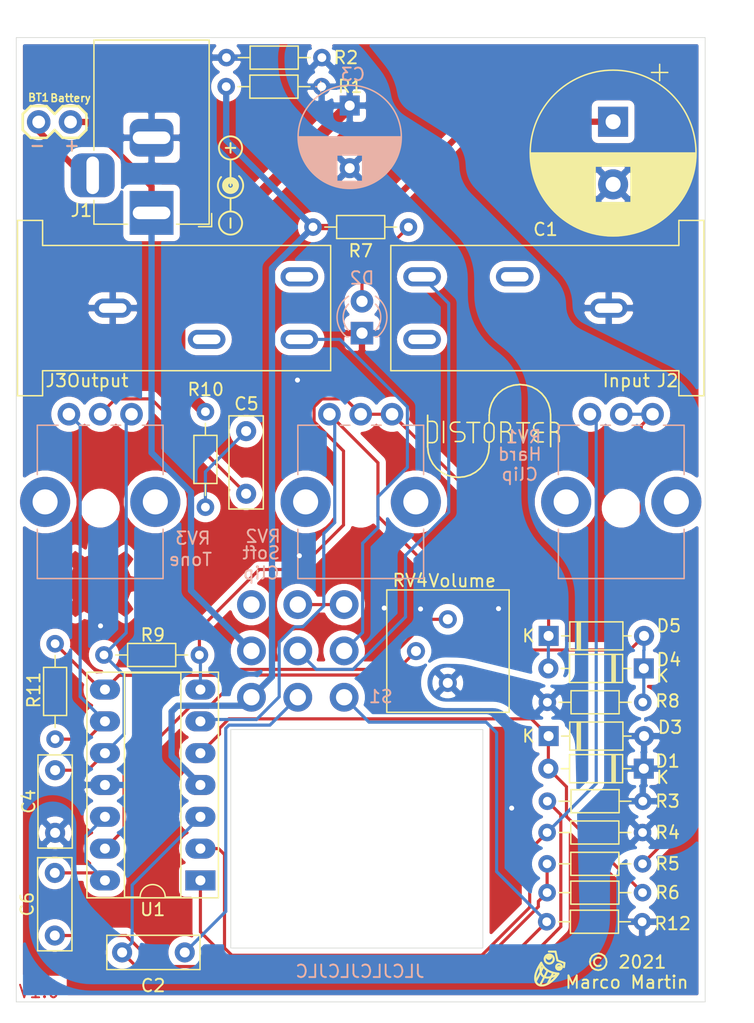
<source format=kicad_pcb>
(kicad_pcb (version 20171130) (host pcbnew 5.1.8-5.1.8)
  (layers (0 F.Cu signal) (31 B.Cu signal) (34 B.Paste user) (35 F.Paste user) (36 B.SilkS user) (37 F.SilkS user) (38 B.Mask user) (39 F.Mask user) (44 Edge.Cuts user))
  (net 0 "")
  (net 1 "Net-(BT1-Pad2)")
  (net 2 "Net-(BT1-Pad1)")
  (net 3 "Net-(C1-Pad1)")
  (net 4 "Net-(C2-Pad2)")
  (net 5 "Net-(C2-Pad1)")
  (net 6 GNDREF)
  (net 7 "Net-(C4-Pad1)")
  (net 8 "Net-(C5-Pad2)")
  (net 9 "Net-(C5-Pad1)")
  (net 10 "Net-(C6-Pad2)")
  (net 11 "Net-(C6-Pad1)")
  (net 12 "Net-(D1-Pad2)")
  (net 13 "Net-(D2-Pad2)")
  (net 14 "Net-(D4-Pad2)")
  (net 15 "Net-(D4-Pad1)")
  (net 16 "Net-(J2-PadT)")
  (net 17 GND)
  (net 18 "Net-(J3-PadT)")
  (net 19 "Net-(R4-Pad2)")
  (net 20 "Net-(R5-Pad2)")
  (net 21 "Net-(R5-Pad1)")
  (net 22 "Net-(R11-Pad2)")
  (net 23 "Net-(R11-Pad1)")
  (net 24 "Net-(RV4-Pad2)")
  (net 25 "Net-(S1-PadP$6)")
  (net 26 "Net-(S1-PadP$3)")
  (module Eurorack:3PDT_Small (layer B.Cu) (at 86.475 114.975)
    (fp_text reference S1 (at 6.625 3.65) (layer B.SilkS) (effects (justify mirror)))
    (fp_text value SWITCH-3PDT-PTH-STOMP)
    (pad P$6 thru_hole circle (at 0 -3.7) (size 2.3 2.3) (drill 1.3) (layers *.Cu *.Mask) (net 25 "Net-(S1-PadP$6)"))
    (pad P$9 thru_hole circle (at 3.7 -3.7) (size 2.3 2.3) (drill 1.3) (layers *.Cu *.Mask) (net 25 "Net-(S1-PadP$6)"))
    (pad P$3 thru_hole circle (at -3.7 -3.7) (size 2.3 2.3) (drill 1.3) (layers *.Cu *.Mask) (net 26 "Net-(S1-PadP$3)"))
    (pad P$8 thru_hole circle (at 3.7 0) (size 2.3 2.3) (drill 1.3) (layers *.Cu *.Mask) (net 18 "Net-(J3-PadT)"))
    (pad P$5 thru_hole circle (at 0 0) (size 2.3 2.3) (drill 1.3) (layers *.Cu *.Mask) (net 16 "Net-(J2-PadT)"))
    (pad P$2 thru_hole circle (at -3.7 0) (size 2.3 2.3) (drill 1.3) (layers *.Cu *.Mask) (net 2 "Net-(BT1-Pad1)"))
    (pad P$7 thru_hole circle (at 3.7 3.7) (size 2.3 2.3) (drill 1.3) (layers *.Cu *.Mask) (net 11 "Net-(C6-Pad1)"))
    (pad P$1 thru_hole circle (at -3.7 3.7) (size 2.3 2.3) (drill 1.3) (layers *.Cu *.Mask) (net 3 "Net-(C1-Pad1)"))
    (pad P$4 thru_hole circle (at 0 3.7) (size 2.3 2.3) (drill 1.3) (layers *.Cu *.Mask) (net 4 "Net-(C2-Pad2)"))
  )
  (module MountingHole:MountingHole_2.1mm (layer F.Cu) (at 70.7 103.575)
    (fp_text reference REF** hide)
    (fp_text value MountingHole_2.1mm hide)
    (pad "" np_thru_hole circle (at 0 0) (size 2.1 2.1) (drill 2.1) (layers *.Cu *.Mask))
  )
  (module MountingHole:MountingHole_2.1mm (layer F.Cu) (at 91.5 103.575)
    (fp_text reference REF** hide)
    (fp_text value MountingHole_2.1mm hide)
    (pad "" np_thru_hole circle (at 0 0) (size 2.1 2.1) (drill 2.1) (layers *.Cu *.Mask))
  )
  (module MountingHole:MountingHole_2.1mm (layer F.Cu) (at 112.3 103.575)
    (fp_text reference REF** hide)
    (fp_text value MountingHole_2.1mm hide)
    (pad "" np_thru_hole circle (at 0 0) (size 2.1 2.1) (drill 2.1) (layers *.Cu *.Mask))
  )
  (module Symbol:Symbol_Barrel_Polarity (layer F.Cu) (at 81.03 77.81 90)
    (fp_text reference REF** hide)
    (fp_text value Symbol_Barrel_Polarity)
  )
  (module Symbol:OSHW-Symbol_6.7x6mm_Copper (layer F.Cu) (at 70.7 109.325)
    (fp_text reference REF** hide)
    (fp_text value OSHW-Symbol_6.7x6mm_Copper hide)
    (fp_poly (pts (xy 0.555814 -2.531069) (xy 0.639635 -2.086445) (xy 0.94892 -1.958947) (xy 1.258206 -1.831449) (xy 1.629246 -2.083754) (xy 1.733157 -2.154004) (xy 1.827087 -2.216728) (xy 1.906652 -2.269062) (xy 1.96747 -2.308143) (xy 2.005157 -2.331107) (xy 2.015421 -2.336058) (xy 2.03391 -2.323324) (xy 2.07342 -2.288118) (xy 2.129522 -2.234938) (xy 2.197787 -2.168282) (xy 2.273786 -2.092646) (xy 2.353092 -2.012528) (xy 2.431275 -1.932426) (xy 2.503907 -1.856836) (xy 2.566559 -1.790255) (xy 2.614803 -1.737182) (xy 2.64421 -1.702113) (xy 2.651241 -1.690377) (xy 2.641123 -1.66874) (xy 2.612759 -1.621338) (xy 2.569129 -1.552807) (xy 2.513218 -1.467785) (xy 2.448006 -1.370907) (xy 2.410219 -1.31565) (xy 2.341343 -1.214752) (xy 2.28014 -1.123701) (xy 2.229578 -1.04703) (xy 2.192628 -0.989272) (xy 2.172258 -0.954957) (xy 2.169197 -0.947746) (xy 2.176136 -0.927252) (xy 2.195051 -0.879487) (xy 2.223087 -0.811168) (xy 2.257391 -0.729011) (xy 2.295109 -0.63973) (xy 2.333387 -0.550042) (xy 2.36937 -0.466662) (xy 2.400206 -0.396306) (xy 2.423039 -0.34569) (xy 2.435017 -0.321529) (xy 2.435724 -0.320578) (xy 2.454531 -0.315964) (xy 2.504618 -0.305672) (xy 2.580793 -0.290713) (xy 2.677865 -0.272099) (xy 2.790643 -0.250841) (xy 2.856442 -0.238582) (xy 2.97695 -0.215638) (xy 3.085797 -0.193805) (xy 3.177476 -0.174278) (xy 3.246481 -0.158252) (xy 3.287304 -0.146921) (xy 3.295511 -0.143326) (xy 3.303548 -0.118994) (xy 3.310033 -0.064041) (xy 3.31497 0.015108) (xy 3.318364 0.112026) (xy 3.320218 0.220287) (xy 3.320538 0.333465) (xy 3.319327 0.445135) (xy 3.31659 0.548868) (xy 3.312331 0.638241) (xy 3.306555 0.706826) (xy 3.299267 0.748197) (xy 3.294895 0.75681) (xy 3.268764 0.767133) (xy 3.213393 0.781892) (xy 3.136107 0.799352) (xy 3.04423 0.81778) (xy 3.012158 0.823741) (xy 2.857524 0.852066) (xy 2.735375 0.874876) (xy 2.641673 0.89308) (xy 2.572384 0.907583) (xy 2.523471 0.919292) (xy 2.490897 0.929115) (xy 2.470628 0.937956) (xy 2.458626 0.946724) (xy 2.456947 0.948457) (xy 2.440184 0.976371) (xy 2.414614 1.030695) (xy 2.382788 1.104777) (xy 2.34726 1.191965) (xy 2.310583 1.285608) (xy 2.275311 1.379052) (xy 2.243996 1.465647) (xy 2.219193 1.53874) (xy 2.203454 1.591678) (xy 2.199332 1.617811) (xy 2.199676 1.618726) (xy 2.213641 1.640086) (xy 2.245322 1.687084) (xy 2.291391 1.754827) (xy 2.348518 1.838423) (xy 2.413373 1.932982) (xy 2.431843 1.959854) (xy 2.497699 2.057275) (xy 2.55565 2.146163) (xy 2.602538 2.221412) (xy 2.635207 2.27792) (xy 2.6505 2.310581) (xy 2.651241 2.314593) (xy 2.638392 2.335684) (xy 2.602888 2.377464) (xy 2.549293 2.435445) (xy 2.482171 2.505135) (xy 2.406087 2.582045) (xy 2.325604 2.661683) (xy 2.245287 2.739561) (xy 2.169699 2.811186) (xy 2.103405 2.87207) (xy 2.050969 2.917721) (xy 2.016955 2.94365) (xy 2.007545 2.947883) (xy 1.985643 2.937912) (xy 1.9408 2.91102) (xy 1.880321 2.871736) (xy 1.833789 2.840117) (xy 1.749475 2.782098) (xy 1.649626 2.713784) (xy 1.549473 2.645579) (xy 1.495627 2.609075) (xy 1.313371 2.4858) (xy 1.160381 2.56852) (xy 1.090682 2.604759) (xy 1.031414 2.632926) (xy 0.991311 2.648991) (xy 0.981103 2.651226) (xy 0.968829 2.634722) (xy 0.944613 2.588082) (xy 0.910263 2.515609) (xy 0.867588 2.421606) (xy 0.818394 2.310374) (xy 0.76449 2.186215) (xy 0.707684 2.053432) (xy 0.649782 1.916327) (xy 0.592593 1.779202) (xy 0.537924 1.646358) (xy 0.487584 1.522098) (xy 0.44338 1.410725) (xy 0.407119 1.316539) (xy 0.380609 1.243844) (xy 0.365658 1.196941) (xy 0.363254 1.180833) (xy 0.382311 1.160286) (xy 0.424036 1.126933) (xy 0.479706 1.087702) (xy 0.484378 1.084599) (xy 0.628264 0.969423) (xy 0.744283 0.835053) (xy 0.83143 0.685784) (xy 0.888699 0.525913) (xy 0.915086 0.359737) (xy 0.909585 0.191552) (xy 0.87119 0.025655) (xy 0.798895 -0.133658) (xy 0.777626 -0.168513) (xy 0.666996 -0.309263) (xy 0.536302 -0.422286) (xy 0.390064 -0.506997) (xy 0.232808 -0.562806) (xy 0.069057 -0.589126) (xy -0.096667 -0.58537) (xy -0.259838 -0.55095) (xy -0.415935 -0.485277) (xy -0.560433 -0.387765) (xy -0.605131 -0.348187) (xy -0.718888 -0.224297) (xy -0.801782 -0.093876) (xy -0.858644 0.052315) (xy -0.890313 0.197088) (xy -0.898131 0.35986) (xy -0.872062 0.52344) (xy -0.814755 0.682298) (xy -0.728856 0.830906) (xy -0.617014 0.963735) (xy -0.481877 1.075256) (xy -0.464117 1.087011) (xy -0.40785 1.125508) (xy -0.365077 1.158863) (xy -0.344628 1.18016) (xy -0.344331 1.180833) (xy -0.348721 1.203871) (xy -0.366124 1.256157) (xy -0.394732 1.33339) (xy -0.432735 1.431268) (xy -0.478326 1.545491) (xy -0.529697 1.671758) (xy -0.585038 1.805767) (xy -0.642542 1.943218) (xy -0.700399 2.079808) (xy -0.756802 2.211237) (xy -0.809942 2.333205) (xy -0.85801 2.441409) (xy -0.899199 2.531549) (xy -0.931699 2.599323) (xy -0.953703 2.64043) (xy -0.962564 2.651226) (xy -0.98964 2.642819) (xy -1.040303 2.620272) (xy -1.105817 2.587613) (xy -1.141841 2.56852) (xy -1.294832 2.4858) (xy -1.477088 2.609075) (xy -1.570125 2.672228) (xy -1.671985 2.741727) (xy -1.767438 2.807165) (xy -1.81525 2.840117) (xy -1.882495 2.885273) (xy -1.939436 2.921057) (xy -1.978646 2.942938) (xy -1.991381 2.947563) (xy -2.009917 2.935085) (xy -2.050941 2.900252) (xy -2.110475 2.846678) (xy -2.184542 2.777983) (xy -2.269165 2.697781) (xy -2.322685 2.646286) (xy -2.416319 2.554286) (xy -2.497241 2.471999) (xy -2.562177 2.402945) (xy -2.607858 2.350644) (xy -2.631011 2.318616) (xy -2.633232 2.312116) (xy -2.622924 2.287394) (xy -2.594439 2.237405) (xy -2.550937 2.167212) (xy -2.495577 2.081875) (xy -2.43152 1.986456) (xy -2.413303 1.959854) (xy -2.346927 1.863167) (xy -2.287378 1.776117) (xy -2.237984 1.703595) (xy -2.202075 1.650493) (xy -2.182981 1.621703) (xy -2.181136 1.618726) (xy -2.183895 1.595782) (xy -2.198538 1.545336) (xy -2.222513 1.474041) (xy -2.253266 1.388547) (xy -2.288244 1.295507) (xy -2.324893 1.201574) (xy -2.360661 1.113399) (xy -2.392994 1.037634) (xy -2.419338 0.980931) (xy -2.437142 0.949943) (xy -2.438407 0.948457) (xy -2.449294 0.939601) (xy -2.467682 0.930843) (xy -2.497606 0.921277) (xy -2.543103 0.909996) (xy -2.608209 0.896093) (xy -2.696961 0.878663) (xy -2.813393 0.856798) (xy -2.961542 0.829591) (xy -2.993618 0.823741) (xy -3.088686 0.805374) (xy -3.171565 0.787405) (xy -3.23493 0.771569) (xy -3.271458 0.7596) (xy -3.276356 0.75681) (xy -3.284427 0.732072) (xy -3.290987 0.67679) (xy -3.296033 0.597389) (xy -3.299559 0.500296) (xy -3.301561 0.391938) (xy -3.302036 0.27874) (xy -3.300977 0.167128) (xy -3.298382 0.063529) (xy -3.294246 -0.025632) (xy -3.288563 -0.093928) (xy -3.281331 -0.134934) (xy -3.276971 -0.143326) (xy -3.252698 -0.151792) (xy -3.197426 -0.165565) (xy -3.116662 -0.18345) (xy -3.015912 -0.204252) (xy -2.900683 -0.226777) (xy -2.837902 -0.238582) (xy -2.718787 -0.260849) (xy -2.612565 -0.281021) (xy -2.524427 -0.298085) (xy -2.459566 -0.311031) (xy -2.423174 -0.318845) (xy -2.417184 -0.320578) (xy -2.407061 -0.34011) (xy -2.385662 -0.387157) (xy -2.355839 -0.454997) (xy -2.320445 -0.536909) (xy -2.282332 -0.626172) (xy -2.244353 -0.716065) (xy -2.20936 -0.799865) (xy -2.180206 -0.870853) (xy -2.159743 -0.922306) (xy -2.150823 -0.947503) (xy -2.150657 -0.948604) (xy -2.160769 -0.968481) (xy -2.189117 -1.014223) (xy -2.232723 -1.081283) (xy -2.288606 -1.165116) (xy -2.353787 -1.261174) (xy -2.391679 -1.31635) (xy -2.460725 -1.417519) (xy -2.52205 -1.50937) (xy -2.572663 -1.587256) (xy -2.609571 -1.646531) (xy -2.629782 -1.682549) (xy -2.632701 -1.690623) (xy -2.620153 -1.709416) (xy -2.585463 -1.749543) (xy -2.533063 -1.806507) (xy -2.467384 -1.875815) (xy -2.392856 -1.952969) (xy -2.313913 -2.033475) (xy -2.234983 -2.112837) (xy -2.1605 -2.18656) (xy -2.094894 -2.250148) (xy -2.042596 -2.299106) (xy -2.008039 -2.328939) (xy -1.996478 -2.336058) (xy -1.977654 -2.326047) (xy -1.932631 -2.297922) (xy -1.865787 -2.254546) (xy -1.781499 -2.198782) (xy -1.684144 -2.133494) (xy -1.610707 -2.083754) (xy -1.239667 -1.831449) (xy -0.621095 -2.086445) (xy -0.537275 -2.531069) (xy -0.453454 -2.975693) (xy 0.471994 -2.975693) (xy 0.555814 -2.531069)) (layer F.Cu) (width 0.01))
  )
  (module Resistor_THT:R_Axial_DIN0204_L3.6mm_D1.6mm_P7.62mm_Horizontal (layer F.Cu) (at 106.35 136.6)
    (fp_text reference R12 (at 10.05 0.15) (layer F.SilkS))
    (fp_text value 10k)
    (pad 2 thru_hole oval (at 7.62 0) (size 1.4 1.4) (drill 0.7) (layers *.Cu *.Mask) (net 17 GND))
    (pad 1 thru_hole circle (at 0 0) (size 1.4 1.4) (drill 0.7) (layers *.Cu *.Mask) (net 11 "Net-(C6-Pad1)"))
  )
  (module Resistor_THT:R_Axial_DIN0204_L3.6mm_D1.6mm_P7.62mm_Horizontal (layer F.Cu) (at 67.1 114.4 270)
    (fp_text reference R11 (at 3.7 1.7 90) (layer F.SilkS))
    (fp_text value 1k)
    (pad 2 thru_hole oval (at 7.62 0 270) (size 1.4 1.4) (drill 0.7) (layers *.Cu *.Mask) (net 22 "Net-(R11-Pad2)"))
    (pad 1 thru_hole circle (at 0 0 270) (size 1.4 1.4) (drill 0.7) (layers *.Cu *.Mask) (net 23 "Net-(R11-Pad1)"))
  )
  (module Resistor_THT:R_Axial_DIN0204_L3.6mm_D1.6mm_P7.62mm_Horizontal (layer F.Cu) (at 79.1 95.875 270)
    (fp_text reference R10 (at -1.775 -0.025 180) (layer F.SilkS))
    (fp_text value 220)
    (pad 2 thru_hole oval (at 7.62 0 270) (size 1.4 1.4) (drill 0.7) (layers *.Cu *.Mask) (net 9 "Net-(C5-Pad1)"))
    (pad 1 thru_hole circle (at 0 0 270) (size 1.4 1.4) (drill 0.7) (layers *.Cu *.Mask) (net 6 GNDREF))
  )
  (module Resistor_THT:R_Axial_DIN0204_L3.6mm_D1.6mm_P7.62mm_Horizontal (layer F.Cu) (at 71 115.3)
    (fp_text reference R9 (at 3.9 -1.6) (layer F.SilkS))
    (fp_text value 1k)
    (pad 2 thru_hole oval (at 7.62 0) (size 1.4 1.4) (drill 0.7) (layers *.Cu *.Mask) (net 14 "Net-(D4-Pad2)"))
    (pad 1 thru_hole circle (at 0 0) (size 1.4 1.4) (drill 0.7) (layers *.Cu *.Mask) (net 7 "Net-(C4-Pad1)"))
  )
  (module Resistor_THT:R_Axial_DIN0204_L3.6mm_D1.6mm_P7.62mm_Horizontal (layer F.Cu) (at 106.4 119.075)
    (fp_text reference R8 (at 9.6 -0.1) (layer F.SilkS))
    (fp_text value 10k)
    (pad 2 thru_hole oval (at 7.62 0) (size 1.4 1.4) (drill 0.7) (layers *.Cu *.Mask) (net 15 "Net-(D4-Pad1)"))
    (pad 1 thru_hole circle (at 0 0) (size 1.4 1.4) (drill 0.7) (layers *.Cu *.Mask) (net 6 GNDREF))
  )
  (module Resistor_THT:R_Axial_DIN0204_L3.6mm_D1.6mm_P7.62mm_Horizontal (layer F.Cu) (at 87.69 81.13)
    (fp_text reference R7 (at 3.81 1.9) (layer F.SilkS))
    (fp_text value 1k)
    (pad 2 thru_hole oval (at 7.62 0) (size 1.4 1.4) (drill 0.7) (layers *.Cu *.Mask) (net 13 "Net-(D2-Pad2)"))
    (pad 1 thru_hole circle (at 0 0) (size 1.4 1.4) (drill 0.7) (layers *.Cu *.Mask) (net 3 "Net-(C1-Pad1)"))
  )
  (module Resistor_THT:R_Axial_DIN0204_L3.6mm_D1.6mm_P7.62mm_Horizontal (layer F.Cu) (at 114 134.275 180)
    (fp_text reference R6 (at -2 0) (layer F.SilkS))
    (fp_text value 10k)
    (pad 2 thru_hole oval (at 7.62 0 180) (size 1.4 1.4) (drill 0.7) (layers *.Cu *.Mask) (net 20 "Net-(R5-Pad2)"))
    (pad 1 thru_hole circle (at 0 0 180) (size 1.4 1.4) (drill 0.7) (layers *.Cu *.Mask) (net 12 "Net-(D1-Pad2)"))
  )
  (module Resistor_THT:R_Axial_DIN0204_L3.6mm_D1.6mm_P7.62mm_Horizontal (layer F.Cu) (at 114 131.975 180)
    (fp_text reference R5 (at -2 0) (layer F.SilkS))
    (fp_text value 68k)
    (pad 2 thru_hole oval (at 7.62 0 180) (size 1.4 1.4) (drill 0.7) (layers *.Cu *.Mask) (net 20 "Net-(R5-Pad2)"))
    (pad 1 thru_hole circle (at 0 0 180) (size 1.4 1.4) (drill 0.7) (layers *.Cu *.Mask) (net 21 "Net-(R5-Pad1)"))
  )
  (module Resistor_THT:R_Axial_DIN0204_L3.6mm_D1.6mm_P7.62mm_Horizontal (layer F.Cu) (at 114 129.475 180)
    (fp_text reference R4 (at -2 0) (layer F.SilkS))
    (fp_text value 10k)
    (pad 2 thru_hole oval (at 7.62 0 180) (size 1.4 1.4) (drill 0.7) (layers *.Cu *.Mask) (net 19 "Net-(R4-Pad2)"))
    (pad 1 thru_hole circle (at 0 0 180) (size 1.4 1.4) (drill 0.7) (layers *.Cu *.Mask) (net 6 GNDREF))
  )
  (module Resistor_THT:R_Axial_DIN0204_L3.6mm_D1.6mm_P7.62mm_Horizontal (layer F.Cu) (at 106.4 126.975)
    (fp_text reference R3 (at 9.6 0) (layer F.SilkS))
    (fp_text value 10k)
    (pad 2 thru_hole oval (at 7.62 0) (size 1.4 1.4) (drill 0.7) (layers *.Cu *.Mask) (net 6 GNDREF))
    (pad 1 thru_hole circle (at 0 0) (size 1.4 1.4) (drill 0.7) (layers *.Cu *.Mask) (net 5 "Net-(C2-Pad1)"))
  )
  (module Resistor_THT:R_Axial_DIN0204_L3.6mm_D1.6mm_P7.62mm_Horizontal (layer F.Cu) (at 88.4 67.6 180)
    (fp_text reference R2 (at -1.92 0) (layer F.SilkS))
    (fp_text value 4.8k)
    (pad 2 thru_hole oval (at 7.62 0 180) (size 1.4 1.4) (drill 0.7) (layers *.Cu *.Mask) (net 17 GND))
    (pad 1 thru_hole circle (at 0 0 180) (size 1.4 1.4) (drill 0.7) (layers *.Cu *.Mask) (net 6 GNDREF))
  )
  (module Resistor_THT:R_Axial_DIN0204_L3.6mm_D1.6mm_P7.62mm_Horizontal (layer F.Cu) (at 80.76 69.92)
    (fp_text reference R1 (at 9.9 -0.02) (layer F.SilkS))
    (fp_text value 4.8k)
    (pad 2 thru_hole oval (at 7.62 0) (size 1.4 1.4) (drill 0.7) (layers *.Cu *.Mask) (net 6 GNDREF))
    (pad 1 thru_hole circle (at 0 0) (size 1.4 1.4) (drill 0.7) (layers *.Cu *.Mask) (net 3 "Net-(C1-Pad1)"))
  )
  (module Diode_THT:D_DO-35_SOD27_P7.62mm_Horizontal (layer F.Cu) (at 114.1 116.375 180)
    (fp_text reference D4 (at -2 0.7) (layer F.SilkS))
    (fp_text value 1N4148)
    (fp_text user K (at -1.5 -0.6) (layer F.SilkS))
    (pad 2 thru_hole oval (at 7.62 0 180) (size 1.6 1.6) (drill 0.8) (layers *.Cu *.Mask) (net 14 "Net-(D4-Pad2)"))
    (pad 1 thru_hole rect (at 0 0 180) (size 1.6 1.6) (drill 0.8) (layers *.Cu *.Mask) (net 15 "Net-(D4-Pad1)"))
  )
  (module Package_DIP:DIP-14_W7.62mm_Socket_LongPads (layer F.Cu) (at 78.7 133.3 180)
    (fp_text reference U1 (at 3.81 -2.33) (layer F.SilkS))
    (fp_text value TL074)
    (pad 14 thru_hole oval (at 7.62 0 180) (size 2.4 1.6) (drill 0.8) (layers *.Cu *.Mask) (net 10 "Net-(C6-Pad2)"))
    (pad 7 thru_hole oval (at 0 15.24 180) (size 2.4 1.6) (drill 0.8) (layers *.Cu *.Mask) (net 14 "Net-(D4-Pad2)"))
    (pad 13 thru_hole oval (at 7.62 2.54 180) (size 2.4 1.6) (drill 0.8) (layers *.Cu *.Mask) (net 24 "Net-(RV4-Pad2)"))
    (pad 6 thru_hole oval (at 0 12.7 180) (size 2.4 1.6) (drill 0.8) (layers *.Cu *.Mask) (net 15 "Net-(D4-Pad1)"))
    (pad 12 thru_hole oval (at 7.62 5.08 180) (size 2.4 1.6) (drill 0.8) (layers *.Cu *.Mask) (net 10 "Net-(C6-Pad2)"))
    (pad 5 thru_hole oval (at 0 10.16 180) (size 2.4 1.6) (drill 0.8) (layers *.Cu *.Mask) (net 12 "Net-(D1-Pad2)"))
    (pad 11 thru_hole oval (at 7.62 7.62 180) (size 2.4 1.6) (drill 0.8) (layers *.Cu *.Mask) (net 17 GND))
    (pad 4 thru_hole oval (at 0 7.62 180) (size 2.4 1.6) (drill 0.8) (layers *.Cu *.Mask) (net 3 "Net-(C1-Pad1)"))
    (pad 10 thru_hole oval (at 7.62 10.16 180) (size 2.4 1.6) (drill 0.8) (layers *.Cu *.Mask) (net 7 "Net-(C4-Pad1)"))
    (pad 3 thru_hole oval (at 0 5.08 180) (size 2.4 1.6) (drill 0.8) (layers *.Cu *.Mask) (net 5 "Net-(C2-Pad1)"))
    (pad 9 thru_hole oval (at 7.62 12.7 180) (size 2.4 1.6) (drill 0.8) (layers *.Cu *.Mask) (net 22 "Net-(R11-Pad2)"))
    (pad 2 thru_hole oval (at 0 2.54 180) (size 2.4 1.6) (drill 0.8) (layers *.Cu *.Mask) (net 19 "Net-(R4-Pad2)"))
    (pad 8 thru_hole oval (at 7.62 15.24 180) (size 2.4 1.6) (drill 0.8) (layers *.Cu *.Mask) (net 23 "Net-(R11-Pad1)"))
    (pad 1 thru_hole rect (at 0 0 180) (size 2.4 1.6) (drill 0.8) (layers *.Cu *.Mask) (net 20 "Net-(R5-Pad2)"))
  )
  (module Potentiometer_THT:Potentiometer_Bourns_3386P_Vertical (layer F.Cu) (at 98.45 112.45 180)
    (fp_text reference RV4 (at 3 3.1) (layer F.SilkS))
    (fp_text value 100k)
    (pad 1 thru_hole circle (at 0 0 180) (size 1.44 1.44) (drill 0.8) (layers *.Cu *.Mask) (net 23 "Net-(R11-Pad1)"))
    (pad 2 thru_hole circle (at 2.54 -2.54 180) (size 1.44 1.44) (drill 0.8) (layers *.Cu *.Mask) (net 24 "Net-(RV4-Pad2)"))
    (pad 3 thru_hole circle (at 0 -5.08 180) (size 1.44 1.44) (drill 0.8) (layers *.Cu *.Mask) (net 6 GNDREF))
  )
  (module Potentiometer_THT:Potentiometer_Alps_RK09K_Single_Vertical (layer B.Cu) (at 73.2 96.075 270)
    (fp_text reference RV3 (at 9.9 -4.9) (layer B.SilkS) (effects (justify mirror)))
    (fp_text value 10k)
    (pad "" np_thru_hole circle (at 7 -1.9 270) (size 4 4) (drill 2) (layers *.Cu *.Mask))
    (pad "" np_thru_hole circle (at 7 6.9 270) (size 4 4) (drill 2) (layers *.Cu *.Mask))
    (pad 1 thru_hole circle (at 0 0 270) (size 1.8 1.8) (drill 1) (layers *.Cu *.Mask) (net 7 "Net-(C4-Pad1)"))
    (pad 2 thru_hole circle (at 0 2.5 270) (size 1.8 1.8) (drill 1) (layers *.Cu *.Mask) (net 8 "Net-(C5-Pad2)"))
    (pad 3 thru_hole circle (at 0 5 270) (size 1.8 1.8) (drill 1) (layers *.Cu *.Mask) (net 22 "Net-(R11-Pad2)"))
  )
  (module Potentiometer_THT:Potentiometer_Alps_RK09K_Single_Vertical (layer B.Cu) (at 94 96.075 270)
    (fp_text reference RV2 (at 9.75 10.3) (layer B.SilkS) (effects (justify mirror)))
    (fp_text value 500k)
    (pad "" np_thru_hole circle (at 7 -1.9 270) (size 4 4) (drill 2) (layers *.Cu *.Mask))
    (pad "" np_thru_hole circle (at 7 6.9 270) (size 4 4) (drill 2) (layers *.Cu *.Mask))
    (pad 1 thru_hole circle (at 0 0 270) (size 1.8 1.8) (drill 1) (layers *.Cu *.Mask) (net 14 "Net-(D4-Pad2)"))
    (pad 2 thru_hole circle (at 0 2.5 270) (size 1.8 1.8) (drill 1) (layers *.Cu *.Mask) (net 14 "Net-(D4-Pad2)"))
    (pad 3 thru_hole circle (at 0 5 270) (size 1.8 1.8) (drill 1) (layers *.Cu *.Mask) (net 15 "Net-(D4-Pad1)"))
  )
  (module Potentiometer_THT:Potentiometer_Alps_RK09K_Single_Vertical (layer B.Cu) (at 114.8 96.075 270)
    (fp_text reference RV1 (at 1.8 10.3) (layer B.SilkS) (effects (justify mirror)))
    (fp_text value 500k)
    (pad "" np_thru_hole circle (at 7 -1.9 270) (size 4 4) (drill 2) (layers *.Cu *.Mask))
    (pad "" np_thru_hole circle (at 7 6.9 270) (size 4 4) (drill 2) (layers *.Cu *.Mask))
    (pad 1 thru_hole circle (at 0 0 270) (size 1.8 1.8) (drill 1) (layers *.Cu *.Mask) (net 21 "Net-(R5-Pad1)"))
    (pad 2 thru_hole circle (at 0 2.5 270) (size 1.8 1.8) (drill 1) (layers *.Cu *.Mask) (net 21 "Net-(R5-Pad1)"))
    (pad 3 thru_hole circle (at 0 5 270) (size 1.8 1.8) (drill 1) (layers *.Cu *.Mask) (net 19 "Net-(R4-Pad2)"))
  )
  (module "Eurorack:Jack 6.35mm PJ603" (layer F.Cu) (at 76.8 87.6)
    (fp_text reference J3 (at -9.6 5.8) (layer F.SilkS))
    (fp_text value AudioJack2)
    (pad R thru_hole oval (at 9.8 -2.5) (size 3 1.524) (drill oval 2.2 0.762) (layers *.Cu *.Mask))
    (pad T thru_hole oval (at 9.8 2.5) (size 3 1.524) (drill oval 2.2 0.762) (layers *.Cu *.Mask) (net 18 "Net-(J3-PadT)"))
    (pad TN thru_hole oval (at 2.4 2.5) (size 3 1.524) (drill oval 2.2 0.762) (layers *.Cu *.Mask))
    (pad S thru_hole oval (at -5.1 0) (size 3 1.524) (drill oval 2.2 0.762) (layers *.Cu *.Mask) (net 17 GND))
  )
  (module "Eurorack:Jack 6.35mm PJ603" (layer F.Cu) (at 106.2 87.6 180)
    (fp_text reference J2 (at -9.8 -5.8) (layer F.SilkS))
    (fp_text value AudioJack2)
    (pad R thru_hole oval (at 9.8 -2.5 180) (size 3 1.524) (drill oval 2.2 0.762) (layers *.Cu *.Mask))
    (pad T thru_hole oval (at 9.8 2.5 180) (size 3 1.524) (drill oval 2.2 0.762) (layers *.Cu *.Mask) (net 16 "Net-(J2-PadT)"))
    (pad TN thru_hole oval (at 2.4 2.5 180) (size 3 1.524) (drill oval 2.2 0.762) (layers *.Cu *.Mask))
    (pad S thru_hole oval (at -5.1 0 180) (size 3 1.524) (drill oval 2.2 0.762) (layers *.Cu *.Mask) (net 17 GND))
  )
  (module Connector_BarrelJack:BarrelJack_Horizontal (layer F.Cu) (at 74.8 80 270)
    (fp_text reference J1 (at -0.2 5.6 180) (layer F.SilkS))
    (fp_text value Barrel_Jack_Switch)
    (pad 3 thru_hole roundrect (at -3 4.7 270) (size 3.5 3.5) (drill oval 3 1) (layers *.Cu *.Mask) (net 1 "Net-(BT1-Pad2)"))
    (pad 2 thru_hole roundrect (at -6 0 270) (size 3 3.5) (drill oval 1 3) (layers *.Cu *.Mask) (net 17 GND))
    (pad 1 thru_hole rect (at 0 0 270) (size 3.5 3.5) (drill oval 1 3) (layers *.Cu *.Mask) (net 2 "Net-(BT1-Pad1)"))
  )
  (module Diode_THT:D_DO-35_SOD27_P7.62mm_Horizontal (layer F.Cu) (at 106.5 113.775)
    (fp_text reference D5 (at 9.6 -0.8) (layer F.SilkS))
    (fp_text value 1N4148)
    (fp_text user K (at -1.6 0) (layer F.SilkS))
    (pad 2 thru_hole oval (at 7.62 0) (size 1.6 1.6) (drill 0.8) (layers *.Cu *.Mask) (net 15 "Net-(D4-Pad1)"))
    (pad 1 thru_hole rect (at 0 0) (size 1.6 1.6) (drill 0.8) (layers *.Cu *.Mask) (net 14 "Net-(D4-Pad2)"))
  )
  (module Diode_THT:D_DO-35_SOD27_P7.62mm_Horizontal (layer F.Cu) (at 106.5 121.775)
    (fp_text reference D3 (at 9.7 -0.7) (layer F.SilkS))
    (fp_text value 1N4148)
    (fp_text user K (at -1.6 0) (layer F.SilkS))
    (pad 2 thru_hole oval (at 7.62 0) (size 1.6 1.6) (drill 0.8) (layers *.Cu *.Mask) (net 6 GNDREF))
    (pad 1 thru_hole rect (at 0 0) (size 1.6 1.6) (drill 0.8) (layers *.Cu *.Mask) (net 12 "Net-(D1-Pad2)"))
  )
  (module LED_THT:LED_D3.0mm (layer B.Cu) (at 91.6 89.6 90)
    (fp_text reference D2 (at 4.4 0 180) (layer B.SilkS) (effects (justify mirror)))
    (fp_text value LED)
    (pad 2 thru_hole circle (at 2.54 0 90) (size 1.8 1.8) (drill 0.9) (layers *.Cu *.Mask) (net 13 "Net-(D2-Pad2)"))
    (pad 1 thru_hole rect (at 0 0 90) (size 1.8 1.8) (drill 0.9) (layers *.Cu *.Mask) (net 17 GND))
  )
  (module Diode_THT:D_DO-35_SOD27_P7.62mm_Horizontal (layer F.Cu) (at 114.1 124.375 180)
    (fp_text reference D1 (at -1.9 0.6) (layer F.SilkS))
    (fp_text value 1N4148)
    (fp_text user K (at -1.5 -0.7) (layer F.SilkS))
    (pad 2 thru_hole oval (at 7.62 0 180) (size 1.6 1.6) (drill 0.8) (layers *.Cu *.Mask) (net 12 "Net-(D1-Pad2)"))
    (pad 1 thru_hole rect (at 0 0 180) (size 1.6 1.6) (drill 0.8) (layers *.Cu *.Mask) (net 6 GNDREF))
  )
  (module Capacitor_THT:C_Rect_L7.2mm_W2.5mm_P5.00mm_FKS2_FKP2_MKS2_MKP2 (layer F.Cu) (at 67.075 137.7 90)
    (fp_text reference C6 (at 2.5 -2.2 90) (layer F.SilkS))
    (fp_text value 1u)
    (pad 2 thru_hole circle (at 5 0 90) (size 1.6 1.6) (drill 0.8) (layers *.Cu *.Mask) (net 10 "Net-(C6-Pad2)"))
    (pad 1 thru_hole circle (at 0 0 90) (size 1.6 1.6) (drill 0.8) (layers *.Cu *.Mask) (net 11 "Net-(C6-Pad1)"))
  )
  (module Capacitor_THT:C_Rect_L7.2mm_W2.5mm_P5.00mm_FKS2_FKP2_MKS2_MKP2 (layer F.Cu) (at 82.35 97.425 270)
    (fp_text reference C5 (at -2.175 -0.025 180) (layer F.SilkS))
    (fp_text value 200n)
    (pad 2 thru_hole circle (at 5 0 270) (size 1.6 1.6) (drill 0.8) (layers *.Cu *.Mask) (net 8 "Net-(C5-Pad2)"))
    (pad 1 thru_hole circle (at 0 0 270) (size 1.6 1.6) (drill 0.8) (layers *.Cu *.Mask) (net 9 "Net-(C5-Pad1)"))
  )
  (module Capacitor_THT:C_Rect_L7.2mm_W2.5mm_P5.00mm_FKS2_FKP2_MKS2_MKP2 (layer F.Cu) (at 67.1 124.5 270)
    (fp_text reference C4 (at 2.5 2.1 90) (layer F.SilkS))
    (fp_text value 200n)
    (pad 2 thru_hole circle (at 5 0 270) (size 1.6 1.6) (drill 0.8) (layers *.Cu *.Mask) (net 6 GNDREF))
    (pad 1 thru_hole circle (at 0 0 270) (size 1.6 1.6) (drill 0.8) (layers *.Cu *.Mask) (net 7 "Net-(C4-Pad1)"))
  )
  (module Capacitor_THT:CP_Radial_D8.0mm_P5.00mm (layer B.Cu) (at 90.62 71.43 270)
    (fp_text reference C3 (at -2.49 -0.25) (layer B.SilkS) (effects (justify mirror)))
    (fp_text value 47u)
    (pad 2 thru_hole circle (at 5 0 270) (size 1.6 1.6) (drill 0.8) (layers *.Cu *.Mask) (net 17 GND))
    (pad 1 thru_hole rect (at 0 0 270) (size 1.6 1.6) (drill 0.8) (layers *.Cu *.Mask) (net 6 GNDREF))
  )
  (module Capacitor_THT:C_Rect_L7.2mm_W2.5mm_P5.00mm_FKS2_FKP2_MKS2_MKP2 (layer F.Cu) (at 72.45 139.05)
    (fp_text reference C2 (at 2.475 2.65) (layer F.SilkS))
    (fp_text value 1u)
    (pad 2 thru_hole circle (at 5 0) (size 1.6 1.6) (drill 0.8) (layers *.Cu *.Mask) (net 4 "Net-(C2-Pad2)"))
    (pad 1 thru_hole circle (at 0 0) (size 1.6 1.6) (drill 0.8) (layers *.Cu *.Mask) (net 5 "Net-(C2-Pad1)"))
  )
  (module Capacitor_THT:CP_Radial_D13.0mm_P5.00mm (layer F.Cu) (at 111.65 72.72 270)
    (fp_text reference C1 (at 8.6 5.4 180) (layer F.SilkS))
    (fp_text value 3300u)
    (pad 2 thru_hole circle (at 5 0 270) (size 2.4 2.4) (drill 1.2) (layers *.Cu *.Mask) (net 17 GND))
    (pad 1 thru_hole rect (at 0 0 270) (size 2.4 2.4) (drill 1.2) (layers *.Cu *.Mask) (net 3 "Net-(C1-Pad1)"))
  )
  (module Connectors:1X02 (layer F.Cu) (at 68.33 72.74 180)
    (fp_text reference BT1 (at 2.55 1.95) (layer F.SilkS) (effects (font (size 0.6096 0.6096) (thickness 0.127))))
    (fp_text value Battery (at 0 1.905) (layer F.SilkS) (effects (font (size 0.6096 0.6096) (thickness 0.127))))
    (pad 2 thru_hole circle (at 2.54 0 180) (size 1.8796 1.8796) (drill 1.016) (layers *.Cu *.Mask) (net 1 "Net-(BT1-Pad2)"))
    (pad 1 thru_hole circle (at 0 0 180) (size 1.8796 1.8796) (drill 1.016) (layers *.Cu *.Mask) (net 2 "Net-(BT1-Pad1)"))
  )
  (gr_text "-  +" (at 67.05 74.72 180) (layer B.SilkS) (effects (font (size 1 1)) (justify mirror)))
  (gr_text JLCJLCJLCJLC (at 91.44 140.56) (layer B.SilkS) (effects (font (size 1 1)) (justify mirror)))
  (gr_line (start 81.125 138.7) (end 81.125 121.25) (layer Edge.Cuts) (width 0.05))
  (gr_line (start 101.25 138.7) (end 81.125 138.7) (layer Edge.Cuts) (width 0.05))
  (gr_line (start 101.25 121.25) (end 101.25 138.7) (layer Edge.Cuts) (width 0.05))
  (gr_line (start 81.125 121.25) (end 101.25 121.25) (layer Edge.Cuts) (width 0.05))
  (gr_line (start 102.027073 96.855017) (end 102.10917 96.976081) (layer F.SilkS) (width 0.126))
  (gr_line (start 102.135 97.535) (end 102.135 97.92317) (layer F.SilkS) (width 0.126))
  (gr_line (start 101.397519 98.071746) (end 101.36745 97.92317) (layer F.SilkS) (width 0.126))
  (gr_line (start 101.483844 96.855027) (end 101.605798 96.773536) (layer F.SilkS) (width 0.126))
  (gr_line (start 101.601576 98.274296) (end 101.479616 98.19281) (layer F.SilkS) (width 0.126))
  (gr_line (start 102.104935 98.071736) (end 102.022845 98.1928) (layer F.SilkS) (width 0.126))
  (gr_line (start 101.755455 96.74369) (end 101.905113 96.773531) (layer F.SilkS) (width 0.126))
  (gr_line (start 101.900891 98.274291) (end 101.751234 98.304137) (layer F.SilkS) (width 0.126))
  (gr_line (start 102.139239 97.124657) (end 102.139239 97.512827) (layer F.SilkS) (width 0.126))
  (gr_line (start 102.135 97.92317) (end 102.104935 98.071736) (layer F.SilkS) (width 0.126))
  (gr_line (start 101.605798 96.773536) (end 101.755455 96.74369) (layer F.SilkS) (width 0.126))
  (gr_line (start 101.401754 96.976091) (end 101.483844 96.855027) (layer F.SilkS) (width 0.126))
  (gr_line (start 101.36745 97.92317) (end 101.36745 97.535) (layer F.SilkS) (width 0.126))
  (gr_line (start 102.022845 98.1928) (end 101.900891 98.274291) (layer F.SilkS) (width 0.126))
  (gr_line (start 101.905113 96.773531) (end 102.027073 96.855017) (layer F.SilkS) (width 0.126))
  (gr_line (start 101.371689 97.124657) (end 101.401754 96.976091) (layer F.SilkS) (width 0.126))
  (gr_line (start 101.751234 98.304137) (end 101.601576 98.274296) (layer F.SilkS) (width 0.126))
  (gr_line (start 101.371689 97.512827) (end 101.371689 97.124657) (layer F.SilkS) (width 0.126))
  (gr_line (start 102.10917 96.976081) (end 102.139239 97.124657) (layer F.SilkS) (width 0.126))
  (gr_line (start 101.479616 98.19281) (end 101.397519 98.071746) (layer F.SilkS) (width 0.126))
  (gr_line (start 99.70464 98.140384) (end 99.583576 98.222481) (layer F.SilkS) (width 0.126))
  (gr_line (start 99.70463 97.597155) (end 99.786121 97.719109) (layer F.SilkS) (width 0.126))
  (gr_line (start 99.815967 97.868766) (end 99.786126 98.018424) (layer F.SilkS) (width 0.126))
  (gr_line (start 99.435 98.25255) (end 99.04683 98.25255) (layer F.SilkS) (width 0.126))
  (gr_line (start 99.786121 97.719109) (end 99.815967 97.868766) (layer F.SilkS) (width 0.126))
  (gr_line (start 99.583566 97.515065) (end 99.70463 97.597155) (layer F.SilkS) (width 0.126))
  (gr_line (start 99.786126 98.018424) (end 99.70464 98.140384) (layer F.SilkS) (width 0.126))
  (gr_line (start 99.435 97.485) (end 99.583566 97.515065) (layer F.SilkS) (width 0.126))
  (gr_line (start 99.04683 97.485) (end 99.435 97.485) (layer F.SilkS) (width 0.126))
  (gr_line (start 99.583576 98.222481) (end 99.435 98.25255) (layer F.SilkS) (width 0.126))
  (gr_line (start 97.370705 98.320081) (end 97.221064 98.348258) (layer F.SilkS) (width 0.126))
  (gr_line (start 101.946155 95.201665) (end 101.803525 95.663063) (layer F.SilkS) (width 0.126))
  (gr_line (start 97.261317 100.035) (end 97.035485 99.617908) (layer F.SilkS) (width 0.126))
  (gr_line (start 101.703462 99.15651) (end 101.560832 99.617908) (layer F.SilkS) (width 0.126))
  (gr_line (start 97.560627 100.398063) (end 97.261317 100.035) (layer F.SilkS) (width 0.126))
  (gr_line (start 102.834366 94.1222) (end 103.251458 93.896368) (layer F.SilkS) (width 0.126))
  (gr_line (start 106.663836 96.159041) (end 106.614132 95.663063) (layer F.SilkS) (width 0.126))
  (gr_line (start 102.171987 94.784573) (end 101.946155 95.201665) (layer F.SilkS) (width 0.126))
  (gr_line (start 98.755017 96.817927) (end 98.876081 96.73583) (layer F.SilkS) (width 0.126))
  (gr_line (start 96.843151 98.660531) (end 96.843151 96.159041) (layer F.SilkS) (width 0.126))
  (gr_line (start 106.967677 97.495241) (end 107.116304 97.525307) (layer F.SilkS) (width 0.126))
  (gr_line (start 103.433305 97.703541) (end 103.462964 97.853197) (layer F.SilkS) (width 0.126))
  (gr_line (start 97.60483 97.967291) (end 97.574759 98.116413) (layer F.SilkS) (width 0.126))
  (gr_line (start 103.251458 93.896368) (end 103.712856 93.753738) (layer F.SilkS) (width 0.126))
  (gr_line (start 103.712856 93.753738) (end 104.208835 93.704033) (layer F.SilkS) (width 0.126))
  (gr_line (start 103.230562 96.731167) (end 103.351626 96.813257) (layer F.SilkS) (width 0.126))
  (gr_line (start 104.208835 93.704033) (end 104.704813 93.753738) (layer F.SilkS) (width 0.126))
  (gr_line (start 103.230562 97.438568) (end 103.081997 97.468633) (layer F.SilkS) (width 0.126))
  (gr_line (start 99.794137 101.065835) (end 99.298159 101.115539) (layer F.SilkS) (width 0.126))
  (gr_line (start 104.704813 93.753738) (end 105.166211 93.896368) (layer F.SilkS) (width 0.126))
  (gr_line (start 105.415357 98.174826) (end 105.333866 98.052872) (layer F.SilkS) (width 0.126))
  (gr_line (start 103.081997 97.469431) (end 103.230624 97.499497) (layer F.SilkS) (width 0.126))
  (gr_line (start 105.166211 93.896368) (end 105.583303 94.1222) (layer F.SilkS) (width 0.126))
  (gr_line (start 96.86 96.647771) (end 97.221064 96.640631) (layer F.SilkS) (width 0.126))
  (gr_line (start 105.415357 97.412826) (end 105.333866 97.290872) (layer F.SilkS) (width 0.126))
  (gr_line (start 105.583303 94.1222) (end 105.946366 94.42151) (layer F.SilkS) (width 0.126))
  (gr_line (start 98.755027 97.361156) (end 98.673536 97.239202) (layer F.SilkS) (width 0.126))
  (gr_line (start 102.83436 94.1222) (end 102.471297 94.42151) (layer F.SilkS) (width 0.126))
  (gr_line (start 103.081997 96.701101) (end 103.230562 96.731167) (layer F.SilkS) (width 0.126))
  (gr_line (start 106.24567 94.784573) (end 105.94636 94.42151) (layer F.SilkS) (width 0.126))
  (gr_line (start 102.784817 97.469431) (end 103.081997 97.469431) (layer F.SilkS) (width 0.126))
  (gr_line (start 103.351626 97.356478) (end 103.230562 97.438568) (layer F.SilkS) (width 0.126))
  (gr_line (start 107.237306 96.839067) (end 107.318797 96.961021) (layer F.SilkS) (width 0.126))
  (gr_line (start 101.753167 98.660531) (end 101.703462 99.15651) (layer F.SilkS) (width 0.126))
  (gr_line (start 102.471303 94.42151) (end 102.834366 94.1222) (layer F.SilkS) (width 0.126))
  (gr_line (start 105.536411 96.7875) (end 105.684987 96.757431) (layer F.SilkS) (width 0.126))
  (gr_line (start 105.536411 97.5495) (end 105.684987 97.519431) (layer F.SilkS) (width 0.126))
  (gr_line (start 107.348644 97.110677) (end 107.318798 97.260331) (layer F.SilkS) (width 0.126))
  (gr_line (start 107.348644 97.879007) (end 107.347797 98.262773) (layer F.SilkS) (width 0.126))
  (gr_line (start 96.892855 99.15651) (end 96.843151 98.660531) (layer F.SilkS) (width 0.126))
  (gr_line (start 107.237473 97.607397) (end 107.318986 97.729351) (layer F.SilkS) (width 0.126))
  (gr_line (start 106.614132 95.663063) (end 106.471502 95.201665) (layer F.SilkS) (width 0.126))
  (gr_line (start 103.251452 93.896368) (end 102.83436 94.1222) (layer F.SilkS) (width 0.126))
  (gr_line (start 103.71285 93.753738) (end 103.251452 93.896368) (layer F.SilkS) (width 0.126))
  (gr_line (start 96.843151 98.660531) (end 96.843154 96.159041) (layer F.SilkS) (width 0.126))
  (gr_line (start 105.684987 98.286981) (end 105.536421 98.256916) (layer F.SilkS) (width 0.126))
  (gr_line (start 102.700157 96.71) (end 102.700157 98.316091) (layer F.SilkS) (width 0.126))
  (gr_line (start 99.298159 101.115539) (end 98.80218 101.065835) (layer F.SilkS) (width 0.126))
  (gr_line (start 98.80218 101.065835) (end 98.340782 100.923205) (layer F.SilkS) (width 0.126))
  (gr_line (start 105.415347 96.869597) (end 105.536411 96.7875) (layer F.SilkS) (width 0.126))
  (gr_line (start 101.03569 100.398063) (end 100.672627 100.697373) (layer F.SilkS) (width 0.126))
  (gr_line (start 97.221064 98.348258) (end 96.837298 98.341091) (layer F.SilkS) (width 0.126))
  (gr_line (start 97.574758 96.872481) (end 97.60483 97.021601) (layer F.SilkS) (width 0.126))
  (gr_line (start 101.803525 95.663063) (end 101.753821 96.159041) (layer F.SilkS) (width 0.126))
  (gr_line (start 101.335 100.035) (end 101.03569 100.398063) (layer F.SilkS) (width 0.126))
  (gr_line (start 106.664167 97.495241) (end 106.967677 97.495241) (layer F.SilkS) (width 0.126))
  (gr_line (start 102.471297 94.42151) (end 102.171987 94.784573) (layer F.SilkS) (width 0.126))
  (gr_line (start 101.753827 96.685) (end 101.753827 96.159041) (layer F.SilkS) (width 0.126))
  (gr_line (start 106.471502 95.201665) (end 106.24567 94.784573) (layer F.SilkS) (width 0.126))
  (gr_line (start 105.536421 97.494916) (end 105.415357 97.412826) (layer F.SilkS) (width 0.126))
  (gr_line (start 102.693827 96.701101) (end 103.081997 96.701101) (layer F.SilkS) (width 0.126))
  (gr_line (start 105.166205 93.896368) (end 104.704807 93.753738) (layer F.SilkS) (width 0.126))
  (gr_line (start 101.753827 96.159041) (end 101.803531 95.663063) (layer F.SilkS) (width 0.126))
  (gr_line (start 101.803531 95.663063) (end 101.946161 95.201665) (layer F.SilkS) (width 0.126))
  (gr_line (start 101.946161 95.201665) (end 102.171993 94.784573) (layer F.SilkS) (width 0.126))
  (gr_line (start 107.116304 97.525307) (end 107.237473 97.607397) (layer F.SilkS) (width 0.126))
  (gr_line (start 98.64369 97.089545) (end 98.673531 96.939887) (layer F.SilkS) (width 0.126))
  (gr_line (start 98.340782 100.923205) (end 97.92369 100.697373) (layer F.SilkS) (width 0.126))
  (gr_line (start 100.255535 100.923205) (end 99.794137 101.065835) (layer F.SilkS) (width 0.126))
  (gr_line (start 102.171993 94.784573) (end 102.471303 94.42151) (layer F.SilkS) (width 0.126))
  (gr_line (start 103.351626 96.813257) (end 103.433117 96.935211) (layer F.SilkS) (width 0.126))
  (gr_line (start 104.208829 93.704033) (end 103.71285 93.753738) (layer F.SilkS) (width 0.126))
  (gr_line (start 105.684987 97.519431) (end 106.073157 97.519431) (layer F.SilkS) (width 0.126))
  (gr_line (start 103.081997 97.468633) (end 102.693827 97.468622) (layer F.SilkS) (width 0.126))
  (gr_line (start 103.956477 96.757431) (end 104.972487 96.757431) (layer F.SilkS) (width 0.126))
  (gr_line (start 97.035485 99.617908) (end 96.892855 99.15651) (layer F.SilkS) (width 0.126))
  (gr_line (start 107.116242 96.756977) (end 107.237306 96.839067) (layer F.SilkS) (width 0.126))
  (gr_line (start 105.333866 97.290872) (end 105.30402 97.141215) (layer F.SilkS) (width 0.126))
  (gr_line (start 99.975487 96.732431) (end 100.991497 96.732431) (layer F.SilkS) (width 0.126))
  (gr_line (start 100.672627 100.697373) (end 100.255535 100.923205) (layer F.SilkS) (width 0.126))
  (gr_line (start 105.333861 96.991557) (end 105.415347 96.869597) (layer F.SilkS) (width 0.126))
  (gr_line (start 105.536421 98.256916) (end 105.415357 98.174826) (layer F.SilkS) (width 0.126))
  (gr_line (start 101.560832 99.617908) (end 101.335 100.035) (layer F.SilkS) (width 0.126))
  (gr_line (start 99.794137 101.065835) (end 99.298159 101.115539) (layer F.SilkS) (width 0.126))
  (gr_line (start 101.753821 96.159041) (end 101.753167 96.159041) (layer F.SilkS) (width 0.126))
  (gr_line (start 97.60483 97.021601) (end 97.60483 97.56) (layer F.SilkS) (width 0.126))
  (gr_line (start 99.024657 96.705761) (end 99.412827 96.705761) (layer F.SilkS) (width 0.126))
  (gr_line (start 103.351793 97.581587) (end 103.433305 97.703541) (layer F.SilkS) (width 0.126))
  (gr_line (start 107.318797 96.961021) (end 107.348644 97.110677) (layer F.SilkS) (width 0.126))
  (gr_line (start 107.318986 97.729351) (end 107.348644 97.879007) (layer F.SilkS) (width 0.126))
  (gr_line (start 107.318798 97.260331) (end 107.237305 97.382281) (layer F.SilkS) (width 0.126))
  (gr_line (start 99.298159 101.115539) (end 98.80218 101.065835) (layer F.SilkS) (width 0.126))
  (gr_line (start 98.80218 101.065835) (end 98.340782 100.923205) (layer F.SilkS) (width 0.126))
  (gr_line (start 104.704807 93.753738) (end 104.208829 93.704033) (layer F.SilkS) (width 0.126))
  (gr_line (start 96.892855 99.15651) (end 96.843151 98.660531) (layer F.SilkS) (width 0.126))
  (gr_line (start 97.49266 98.238404) (end 97.370705 98.320081) (layer F.SilkS) (width 0.126))
  (gr_line (start 103.462964 97.853197) (end 103.462157 98.31) (layer F.SilkS) (width 0.126))
  (gr_line (start 105.415347 97.631597) (end 105.536411 97.5495) (layer F.SilkS) (width 0.126))
  (gr_line (start 98.340782 100.923205) (end 97.92369 100.697373) (layer F.SilkS) (width 0.126))
  (gr_line (start 97.92369 100.697373) (end 97.560627 100.398063) (layer F.SilkS) (width 0.126))
  (gr_line (start 97.560627 100.398063) (end 97.261317 100.035) (layer F.SilkS) (width 0.126))
  (gr_line (start 106.967677 97.494431) (end 106.66 97.494431) (layer F.SilkS) (width 0.126))
  (gr_line (start 106.967677 96.726911) (end 107.116242 96.756977) (layer F.SilkS) (width 0.126))
  (gr_line (start 103.230624 97.499497) (end 103.351793 97.581587) (layer F.SilkS) (width 0.126))
  (gr_line (start 101.03569 100.398063) (end 100.672627 100.697373) (layer F.SilkS) (width 0.126))
  (gr_line (start 97.574759 98.116413) (end 97.49266 98.238404) (layer F.SilkS) (width 0.126))
  (gr_line (start 98.673536 97.239202) (end 98.64369 97.089545) (layer F.SilkS) (width 0.126))
  (gr_line (start 105.684987 97.524981) (end 105.536421 97.494916) (layer F.SilkS) (width 0.126))
  (gr_line (start 98.876091 97.443246) (end 98.755027 97.361156) (layer F.SilkS) (width 0.126))
  (gr_line (start 103.433117 96.935211) (end 103.462964 97.084867) (layer F.SilkS) (width 0.126))
  (gr_line (start 106.073157 97.524981) (end 105.684987 97.524981) (layer F.SilkS) (width 0.126))
  (gr_line (start 107.11624 97.464367) (end 106.967677 97.494431) (layer F.SilkS) (width 0.126))
  (gr_line (start 97.261317 100.035) (end 97.035485 99.617908) (layer F.SilkS) (width 0.126))
  (gr_line (start 100.255535 100.923205) (end 99.794137 101.065835) (layer F.SilkS) (width 0.126))
  (gr_line (start 107.237305 97.382281) (end 107.11624 97.464367) (layer F.SilkS) (width 0.126))
  (gr_line (start 106.245676 94.784573) (end 106.471508 95.201665) (layer F.SilkS) (width 0.126))
  (gr_line (start 97.221064 96.640631) (end 97.370704 96.668808) (layer F.SilkS) (width 0.126))
  (gr_line (start 98.673531 96.939887) (end 98.755017 96.817927) (layer F.SilkS) (width 0.126))
  (gr_line (start 97.92369 100.697373) (end 97.560627 100.398063) (layer F.SilkS) (width 0.126))
  (gr_line (start 97.49266 96.750488) (end 97.574758 96.872481) (layer F.SilkS) (width 0.126))
  (gr_line (start 105.94636 94.42151) (end 105.583297 94.1222) (layer F.SilkS) (width 0.126))
  (gr_line (start 106.685 96.726911) (end 106.967677 96.726911) (layer F.SilkS) (width 0.126))
  (gr_line (start 106.471508 95.201665) (end 106.614138 95.663063) (layer F.SilkS) (width 0.126))
  (gr_line (start 106.614138 95.663063) (end 106.663843 96.159041) (layer F.SilkS) (width 0.126))
  (gr_line (start 106.663836 98.660531) (end 106.663836 96.159041) (layer F.SilkS) (width 0.126))
  (gr_line (start 105.30402 97.903215) (end 105.333861 97.753557) (layer F.SilkS) (width 0.126))
  (gr_line (start 105.684987 96.757431) (end 106.073157 96.757431) (layer F.SilkS) (width 0.126))
  (gr_line (start 105.583297 94.1222) (end 105.166205 93.896368) (layer F.SilkS) (width 0.126))
  (gr_line (start 99.024657 97.473311) (end 98.876091 97.443246) (layer F.SilkS) (width 0.126))
  (gr_line (start 106.073157 98.286981) (end 105.684987 98.286981) (layer F.SilkS) (width 0.126))
  (gr_line (start 105.333866 98.052872) (end 105.30402 97.903215) (layer F.SilkS) (width 0.126))
  (gr_line (start 105.333861 97.753557) (end 105.415347 97.631597) (layer F.SilkS) (width 0.126))
  (gr_line (start 103.462964 97.084867) (end 103.433117 97.234524) (layer F.SilkS) (width 0.126))
  (gr_line (start 106.663843 96.159041) (end 106.663836 98.660531) (layer F.SilkS) (width 0.126))
  (gr_line (start 100.672627 100.697373) (end 100.255535 100.923205) (layer F.SilkS) (width 0.126))
  (gr_line (start 105.30402 97.141215) (end 105.333861 96.991557) (layer F.SilkS) (width 0.126))
  (gr_line (start 103.433117 97.234524) (end 103.351626 97.356478) (layer F.SilkS) (width 0.126))
  (gr_line (start 98.112829 96.647771) (end 98.112829 98.341091) (layer F.SilkS) (width 0.126))
  (gr_line (start 105.946366 94.42151) (end 106.245676 94.784573) (layer F.SilkS) (width 0.126))
  (gr_line (start 98.876081 96.73583) (end 99.024657 96.705761) (layer F.SilkS) (width 0.126))
  (gr_line (start 97.035485 99.617908) (end 96.892855 99.15651) (layer F.SilkS) (width 0.126))
  (gr_line (start 97.370704 96.668808) (end 97.49266 96.750488) (layer F.SilkS) (width 0.126))
  (gr_line (start 97.60483 97.579122) (end 97.60483 97.967291) (layer F.SilkS) (width 0.126))
  (gr_line (start 104.464497 96.76) (end 104.464497 98.366091) (layer F.SilkS) (width 0.126))
  (gr_line (start 101.753167 98.341091) (end 101.753167 98.660531) (layer F.SilkS) (width 0.126))
  (gr_line (start 100.483507 96.735) (end 100.483507 98.341091) (layer F.SilkS) (width 0.126))
  (gr_line (start 101.753167 98.660531) (end 101.703462 99.15651) (layer F.SilkS) (width 0.126))
  (gr_line (start 101.703462 99.15651) (end 101.560832 99.617908) (layer F.SilkS) (width 0.126))
  (gr_line (start 101.560832 99.617908) (end 101.335 100.035) (layer F.SilkS) (width 0.126))
  (gr_line (start 101.335 100.035) (end 101.03569 100.398063) (layer F.SilkS) (width 0.126))
  (gr_text "-  +" (at 67.06 74.59) (layer F.SilkS) (effects (font (size 1 1))))
  (gr_text - (at 81.03 80.81 90) (layer F.SilkS) (effects (font (size 1 1))))
  (gr_text + (at 81.03 74.81 90) (layer F.SilkS) (effects (font (size 1 1))))
  (gr_poly (pts (xy 107.438051 140.278856) (xy 107.373791 140.424512) (xy 107.25 140.4) (xy 107.270618 140.246201)) (layer F.SilkS) (width 0.1))
  (gr_poly (pts (xy 106.689338 139.378838) (xy 106.52431 139.559879) (xy 106.508245 139.559879) (xy 106.35 139.4) (xy 106.508245 139.229927)) (layer F.SilkS) (width 0.1))
  (gr_text V1.0 (at 65.825 142.175) (layer F.Cu) (effects (font (size 1 1))))
  (gr_text "© 2021\nMarco Martin" (at 112.75 140.625) (layer F.SilkS) (effects (font (size 1 1))))
  (gr_line (start 107.270618 140.391584) (end 107.248579 140.358887) (layer F.SilkS) (width 0.165375))
  (gr_line (start 106.359334 139.378838) (end 106.372265 139.330643) (layer F.SilkS) (width 0.165375))
  (gr_line (start 106.205126 141.65156) (end 106.107715 141.675941) (layer F.SilkS) (width 0.165375))
  (gr_line (start 106.52431 139.559879) (end 106.508245 139.559879) (layer F.SilkS) (width 0.165375))
  (gr_line (start 107.373791 139.985696) (end 107.415823 139.998747) (layer F.SilkS) (width 0.165375))
  (gr_line (start 107.281507 140.744321) (end 107.255582 140.781911) (layer F.SilkS) (width 0.165375))
  (gr_line (start 107.486971 140.046774) (end 107.514313 140.079923) (layer F.SilkS) (width 0.165375))
  (gr_line (start 105.468953 140.794049) (end 105.507349 140.660804) (layer F.SilkS) (width 0.165375))
  (gr_line (start 106.90735 139.577592) (end 106.90735 139.577592) (layer F.SilkS) (width 0.165375))
  (gr_line (start 107.486971 140.363433) (end 107.453822 140.390775) (layer F.SilkS) (width 0.165375))
  (gr_line (start 107.33995 140.429058) (end 107.328673 140.429058) (layer F.SilkS) (width 0.165375))
  (gr_line (start 107.04196 140.711792) (end 107.221352 140.738619) (layer F.SilkS) (width 0.165375))
  (gr_line (start 107.416001 140.391584) (end 107.383357 140.413634) (layer F.SilkS) (width 0.165375))
  (gr_line (start 107.415823 139.998747) (end 107.453822 140.019432) (layer F.SilkS) (width 0.165375))
  (gr_line (start 107.453822 140.019432) (end 107.486971 140.046774) (layer F.SilkS) (width 0.165375))
  (gr_line (start 106.62491 141.437252) (end 106.516561 141.508745) (layer F.SilkS) (width 0.165375))
  (gr_line (start 107.241449 140.41146) (end 107.20346 140.390775) (layer F.SilkS) (width 0.165375))
  (gr_line (start 107.383357 140.413634) (end 107.353337 140.421719) (layer F.SilkS) (width 0.165375))
  (gr_line (start 106.748873 139.875582) (end 106.687805 139.908741) (layer F.SilkS) (width 0.165375))
  (gr_line (start 107.353337 140.216129) (end 107.383357 140.224161) (layer F.SilkS) (width 0.165375))
  (gr_line (start 106.860236 140.685353) (end 106.424162 141.55745) (layer F.SilkS) (width 0.165375))
  (gr_line (start 105.574682 141.541159) (end 105.526717 141.480547) (layer F.SilkS) (width 0.165375))
  (gr_line (start 106.689338 139.394892) (end 106.689338 139.410905) (layer F.SilkS) (width 0.165375))
  (gr_line (start 107.764685 139.892844) (end 107.726402 140.222796) (layer F.SilkS) (width 0.165375))
  (gr_line (start 107.333335 140.216129) (end 107.343373 140.216129) (layer F.SilkS) (width 0.165375))
  (gr_line (start 106.273259 140.378543) (end 106.4359 140.495208) (layer F.SilkS) (width 0.165375))
  (gr_line (start 106.689338 139.410905) (end 106.67635 139.45911) (layer F.SilkS) (width 0.165375))
  (gr_line (start 105.882812 139.917561) (end 105.911523 139.875131) (layer F.SilkS) (width 0.165375))
  (gr_line (start 107.303326 140.413634) (end 107.270618 140.391584) (layer F.SilkS) (width 0.165375))
  (gr_line (start 106.67635 139.45911) (end 106.640975 139.511568) (layer F.SilkS) (width 0.165375))
  (gr_line (start 107.438051 140.358887) (end 107.416001 140.391584) (layer F.SilkS) (width 0.165375))
  (gr_line (start 106.845935 139.77851) (end 106.802014 139.831713) (layer F.SilkS) (width 0.165375))
  (gr_line (start 107.383357 140.224161) (end 107.416001 140.246201) (layer F.SilkS) (width 0.165375))
  (gr_line (start 106.640975 139.511568) (end 106.588507 139.54688) (layer F.SilkS) (width 0.165375))
  (gr_line (start 107.204951 139.689522) (end 107.764685 139.892844) (layer F.SilkS) (width 0.165375))
  (gr_line (start 107.514313 140.079923) (end 107.534998 140.117912) (layer F.SilkS) (width 0.165375))
  (gr_line (start 107.328673 139.981191) (end 107.33995 139.981191) (layer F.SilkS) (width 0.165375))
  (gr_line (start 105.487525 141.410194) (end 105.457674 141.330327) (layer F.SilkS) (width 0.165375))
  (gr_line (start 107.317343 139.981191) (end 107.328673 139.981191) (layer F.SilkS) (width 0.165375))
  (gr_line (start 106.588507 139.54688) (end 106.540312 139.559879) (layer F.SilkS) (width 0.165375))
  (gr_line (start 106.540312 139.559879) (end 106.52431 139.559879) (layer F.SilkS) (width 0.165375))
  (gr_line (start 107.328673 140.429058) (end 107.317343 140.429058) (layer F.SilkS) (width 0.165375))
  (gr_line (start 107.170312 140.363433) (end 107.14297 140.330285) (layer F.SilkS) (width 0.165375))
  (gr_line (start 106.90735 139.55948) (end 106.90735 139.577592) (layer F.SilkS) (width 0.165375))
  (gr_line (start 105.892896 139.960632) (end 105.905598 139.901664) (layer F.SilkS) (width 0.165375))
  (gr_line (start 105.842766 141.682093) (end 105.765463 141.662441) (layer F.SilkS) (width 0.165375))
  (gr_line (start 107.552596 140.205135) (end 107.552596 140.216402) (layer F.SilkS) (width 0.165375))
  (gr_line (start 107.260874 140.756049) (end 107.224943 140.778782) (layer F.SilkS) (width 0.165375))
  (gr_line (start 106.182284 141.020888) (end 106.084586 140.970071) (layer F.SilkS) (width 0.165375))
  (gr_line (start 107.048785 138.988332) (end 107.204951 139.689522) (layer F.SilkS) (width 0.165375))
  (gr_line (start 107.453822 140.390775) (end 107.415823 140.41146) (layer F.SilkS) (width 0.165375))
  (gr_line (start 107.109233 140.250254) (end 107.104729 140.216402) (layer F.SilkS) (width 0.165375))
  (gr_line (start 106.967336 140.916237) (end 106.822016 140.976056) (layer F.SilkS) (width 0.165375))
  (gr_line (start 106.620301 139.225422) (end 106.687805 139.246338) (layer F.SilkS) (width 0.165375))
  (gr_line (start 106.687805 139.246338) (end 106.748873 139.279487) (layer F.SilkS) (width 0.165375))
  (gr_line (start 107.283491 139.985696) (end 107.317343 139.981191) (layer F.SilkS) (width 0.165375))
  (gr_line (start 105.624812 140.369817) (end 105.705077 140.212485) (layer F.SilkS) (width 0.165375))
  (gr_line (start 107.446136 140.328857) (end 107.438051 140.358887) (layer F.SilkS) (width 0.165375))
  (gr_line (start 107.514313 140.330285) (end 107.486971 140.363433) (layer F.SilkS) (width 0.165375))
  (gr_line (start 105.911523 139.875131) (end 105.911523 139.875131) (layer F.SilkS) (width 0.165375))
  (gr_line (start 106.748873 139.279487) (end 106.802014 139.323408) (layer F.SilkS) (width 0.165375))
  (gr_line (start 106.618642 140.588679) (end 106.820819 140.660405) (layer F.SilkS) (width 0.165375))
  (gr_line (start 107.317343 140.429058) (end 107.283491 140.424512) (layer F.SilkS) (width 0.165375))
  (gr_line (start 107.104729 140.216402) (end 107.104729 140.205135) (layer F.SilkS) (width 0.165375))
  (gr_line (start 106.306128 141.615728) (end 106.205126 141.65156) (layer F.SilkS) (width 0.165375))
  (gr_line (start 106.802014 139.323408) (end 106.845935 139.37657) (layer F.SilkS) (width 0.165375))
  (gr_line (start 107.446136 140.308865) (end 107.446136 140.318892) (layer F.SilkS) (width 0.165375))
  (gr_line (start 107.065154 141.026869) (end 106.955209 141.148549) (layer F.SilkS) (width 0.165375))
  (gr_line (start 106.845935 139.37657) (end 106.879094 139.437627) (layer F.SilkS) (width 0.165375))
  (gr_line (start 106.879094 139.437627) (end 106.9 139.505132) (layer F.SilkS) (width 0.165375))
  (gr_line (start 105.430045 141.035128) (end 105.443375 140.918862) (layer F.SilkS) (width 0.165375))
  (gr_line (start 105.428393 141.142567) (end 105.430045 141.035128) (layer F.SilkS) (width 0.165375))
  (gr_line (start 106.9 139.505132) (end 106.90735 139.55948) (layer F.SilkS) (width 0.165375))
  (gr_line (start 106.565953 139.218135) (end 106.620301 139.225422) (layer F.SilkS) (width 0.165375))
  (gr_line (start 107.241449 139.998747) (end 107.283491 139.985696) (layer F.SilkS) (width 0.165375))
  (gr_line (start 106.955209 141.148549) (end 106.844738 141.257354) (layer F.SilkS) (width 0.165375))
  (gr_line (start 106.249788 139.37657) (end 106.293709 139.323408) (layer F.SilkS) (width 0.165375))
  (gr_line (start 106.844738 141.257354) (end 106.734457 141.353513) (layer F.SilkS) (width 0.165375))
  (gr_line (start 107.534998 140.117912) (end 107.548049 140.159954) (layer F.SilkS) (width 0.165375))
  (gr_line (start 106.516561 141.508745) (end 106.410148 141.56816) (layer F.SilkS) (width 0.165375))
  (gr_line (start 107.20346 140.019432) (end 107.241449 139.998747) (layer F.SilkS) (width 0.165375))
  (gr_line (start 107.373791 140.424512) (end 107.33995 140.429058) (layer F.SilkS) (width 0.165375))
  (gr_line (start 106.293709 139.323408) (end 106.34686 139.279487) (layer F.SilkS) (width 0.165375))
  (gr_line (start 106.802014 139.831713) (end 106.748873 139.875582) (layer F.SilkS) (width 0.165375))
  (gr_line (start 106.107715 141.675941) (end 106.014461 141.689044) (layer F.SilkS) (width 0.165375))
  (gr_line (start 106.131242 140.237255) (end 106.273259 140.378543) (layer F.SilkS) (width 0.165375))
  (gr_line (start 106.410148 141.56816) (end 106.306128 141.615728) (layer F.SilkS) (width 0.165375))
  (gr_line (start 105.526717 141.480547) (end 105.487525 141.410194) (layer F.SilkS) (width 0.165375))
  (gr_line (start 107.170312 140.046774) (end 107.20346 140.019432) (layer F.SilkS) (width 0.165375))
  (gr_line (start 106.34686 139.279487) (end 106.407926 139.246338) (layer F.SilkS) (width 0.165375))
  (gr_line (start 107.14297 140.079923) (end 107.170312 140.046774) (layer F.SilkS) (width 0.165375))
  (gr_line (start 106.820819 140.660405) (end 107.04196 140.711792) (layer F.SilkS) (width 0.165375))
  (gr_line (start 105.911523 139.875131) (end 105.932601 139.92531) (layer F.SilkS) (width 0.165375))
  (gr_line (start 106.407926 139.246338) (end 106.475432 139.225422) (layer F.SilkS) (width 0.165375))
  (gr_line (start 107.415823 140.41146) (end 107.373791 140.424512) (layer F.SilkS) (width 0.165375))
  (gr_line (start 106.475432 139.225422) (end 106.52978 139.218135) (layer F.SilkS) (width 0.165375))
  (gr_line (start 106.52978 139.218135) (end 106.547893 139.218135) (layer F.SilkS) (width 0.165375))
  (gr_line (start 106.547893 139.218135) (end 106.565953 139.218135) (layer F.SilkS) (width 0.165375))
  (gr_line (start 106.216634 139.437627) (end 106.249788 139.37657) (layer F.SilkS) (width 0.165375))
  (gr_line (start 105.443375 140.918862) (end 105.468953 140.794049) (layer F.SilkS) (width 0.165375))
  (gr_line (start 107.104729 140.205135) (end 107.104729 140.205135) (layer F.SilkS) (width 0.165375))
  (gr_line (start 106.249788 139.77851) (end 106.216634 139.717452) (layer F.SilkS) (width 0.165375))
  (gr_line (start 107.122285 140.117912) (end 107.14297 140.079923) (layer F.SilkS) (width 0.165375))
  (gr_line (start 106.216634 139.717452) (end 106.195728 139.65) (layer F.SilkS) (width 0.165375))
  (gr_line (start 107.109233 140.159954) (end 107.122285 140.117912) (layer F.SilkS) (width 0.165375))
  (gr_line (start 106.412369 140.508596) (end 105.817245 141.675315) (layer F.SilkS) (width 0.165375))
  (gr_line (start 106.195728 139.65) (end 106.188437 139.595652) (layer F.SilkS) (width 0.165375))
  (gr_line (start 107.104729 140.193806) (end 107.109233 140.159954) (layer F.SilkS) (width 0.165375))
  (gr_line (start 105.848234 140.34698) (end 105.864242 140.139563) (layer F.SilkS) (width 0.165375))
  (gr_line (start 107.221352 140.738619) (end 107.281507 140.744321) (layer F.SilkS) (width 0.165375))
  (gr_line (start 106.188437 139.595652) (end 106.188437 139.577592) (layer F.SilkS) (width 0.165375))
  (gr_line (start 106.679993 141.020602) (end 106.543168 141.04863) (layer F.SilkS) (width 0.165375))
  (gr_line (start 106.084586 140.970071) (end 106.001245 140.896361) (layer F.SilkS) (width 0.165375))
  (gr_line (start 107.104729 140.205135) (end 107.104729 140.193806) (layer F.SilkS) (width 0.165375))
  (gr_line (start 106.014461 141.689044) (end 105.925937 141.691037) (layer F.SilkS) (width 0.165375))
  (gr_line (start 106.879094 139.717452) (end 106.845935 139.77851) (layer F.SilkS) (width 0.165375))
  (gr_line (start 106.734457 141.353513) (end 106.62491 141.437252) (layer F.SilkS) (width 0.165375))
  (gr_line (start 106.689338 139.394892) (end 106.689338 139.394892) (layer F.SilkS) (width 0.165375))
  (gr_line (start 105.932601 139.92531) (end 106.010474 140.069906) (layer F.SilkS) (width 0.165375))
  (gr_line (start 105.457674 141.330327) (end 105.437793 141.241005) (layer F.SilkS) (width 0.165375))
  (gr_line (start 107.552596 140.216402) (end 107.548049 140.250254) (layer F.SilkS) (width 0.165375))
  (gr_line (start 107.174113 140.892203) (end 107.065154 141.026869) (layer F.SilkS) (width 0.165375))
  (gr_line (start 107.283491 140.424512) (end 107.241449 140.41146) (layer F.SilkS) (width 0.165375))
  (gr_line (start 106.188437 139.577592) (end 106.188437 139.55948) (layer F.SilkS) (width 0.165375))
  (gr_line (start 106.689338 139.378838) (end 106.689338 139.394892) (layer F.SilkS) (width 0.165375))
  (gr_line (start 105.765463 141.662441) (end 105.694653 141.632304) (layer F.SilkS) (width 0.165375))
  (gr_line (start 106.188437 139.55948) (end 106.195728 139.505132) (layer F.SilkS) (width 0.165375))
  (gr_line (start 106.195728 139.505132) (end 106.216634 139.437627) (layer F.SilkS) (width 0.165375))
  (gr_line (start 105.630851 141.591802) (end 105.574682 141.541159) (layer F.SilkS) (width 0.165375))
  (gr_line (start 105.559074 140.519306) (end 105.624812 140.369817) (layer F.SilkS) (width 0.165375))
  (gr_line (start 105.705077 140.212485) (end 105.80044 140.047499) (layer F.SilkS) (width 0.165375))
  (gr_line (start 106.67635 139.330643) (end 106.689338 139.378838) (layer F.SilkS) (width 0.165375))
  (gr_line (start 106.293709 139.831713) (end 106.249788 139.77851) (layer F.SilkS) (width 0.165375))
  (gr_line (start 106.640975 139.278227) (end 106.67635 139.330643) (layer F.SilkS) (width 0.165375))
  (gr_line (start 105.925937 141.691037) (end 105.842766 141.682093) (layer F.SilkS) (width 0.165375))
  (gr_line (start 105.694653 141.632304) (end 105.630851 141.591802) (layer F.SilkS) (width 0.165375))
  (gr_line (start 107.122285 140.292296) (end 107.109233 140.250254) (layer F.SilkS) (width 0.165375))
  (gr_line (start 106.620301 139.929636) (end 106.565953 139.936986) (layer F.SilkS) (width 0.165375))
  (gr_line (start 106.292456 141.050055) (end 106.182284 141.020888) (layer F.SilkS) (width 0.165375))
  (gr_line (start 106.565953 139.936986) (end 106.547893 139.936986) (layer F.SilkS) (width 0.165375))
  (gr_line (start 106.547893 139.936986) (end 106.52978 139.936986) (layer F.SilkS) (width 0.165375))
  (gr_line (start 106.413396 141.058883) (end 106.292456 141.050055) (layer F.SilkS) (width 0.165375))
  (gr_line (start 107.270618 140.246201) (end 107.303326 140.224161) (layer F.SilkS) (width 0.165375))
  (gr_line (start 106.822016 140.976056) (end 106.679993 141.020602) (layer F.SilkS) (width 0.165375))
  (gr_line (start 107.552596 140.193806) (end 107.552596 140.205135) (layer F.SilkS) (width 0.165375))
  (gr_line (start 107.240546 140.328857) (end 107.240546 140.318892) (layer F.SilkS) (width 0.165375))
  (gr_line (start 106.588507 139.242863) (end 106.640975 139.278227) (layer F.SilkS) (width 0.165375))
  (gr_line (start 105.855754 140.525049) (end 105.848234 140.34698) (layer F.SilkS) (width 0.165375))
  (gr_line (start 107.416001 140.246201) (end 107.438051 140.278856) (layer F.SilkS) (width 0.165375))
  (gr_line (start 107.333335 140.421719) (end 107.303326 140.413634) (layer F.SilkS) (width 0.165375))
  (gr_line (start 107.20346 140.390775) (end 107.170312 140.363433) (layer F.SilkS) (width 0.165375))
  (gr_line (start 106.52978 139.936986) (end 106.475432 139.929636) (layer F.SilkS) (width 0.165375))
  (gr_line (start 106.540312 139.229927) (end 106.588507 139.242863) (layer F.SilkS) (width 0.165375))
  (gr_line (start 107.114252 140.842464) (end 106.967336 140.916237) (layer F.SilkS) (width 0.165375))
  (gr_line (start 106.52431 139.229927) (end 106.540312 139.229927) (layer F.SilkS) (width 0.165375))
  (gr_line (start 107.224943 140.778782) (end 107.114252 140.842464) (layer F.SilkS) (width 0.165375))
  (gr_line (start 106.475432 139.929636) (end 106.407926 139.908741) (layer F.SilkS) (width 0.165375))
  (gr_line (start 107.303326 140.224161) (end 107.333335 140.216129) (layer F.SilkS) (width 0.165375))
  (gr_line (start 105.934139 140.79849) (end 105.885034 140.675157) (layer F.SilkS) (width 0.165375))
  (gr_line (start 106.4359 140.495208) (end 106.618642 140.588679) (layer F.SilkS) (width 0.165375))
  (gr_line (start 107.353337 140.421719) (end 107.343373 140.421719) (layer F.SilkS) (width 0.165375))
  (gr_line (start 106.407926 139.908741) (end 106.34686 139.875582) (layer F.SilkS) (width 0.165375))
  (gr_line (start 106.508245 139.229927) (end 106.52431 139.229927) (layer F.SilkS) (width 0.165375))
  (gr_line (start 107.248579 140.358887) (end 107.240546 140.328857) (layer F.SilkS) (width 0.165375))
  (gr_line (start 106.543168 141.04863) (end 106.413396 141.058883) (layer F.SilkS) (width 0.165375))
  (gr_line (start 106.34686 139.875582) (end 106.293709 139.831713) (layer F.SilkS) (width 0.165375))
  (gr_line (start 105.507349 140.660804) (end 105.559074 140.519306) (layer F.SilkS) (width 0.165375))
  (gr_line (start 106.687805 139.908741) (end 106.620301 139.929636) (layer F.SilkS) (width 0.165375))
  (gr_line (start 106.46005 139.242863) (end 106.508245 139.229927) (layer F.SilkS) (width 0.165375))
  (gr_line (start 107.548049 140.159954) (end 107.552596 140.193806) (layer F.SilkS) (width 0.165375))
  (gr_line (start 106.521401 138.98241) (end 107.048785 138.988332) (layer F.SilkS) (width 0.165375))
  (gr_line (start 105.864242 140.139563) (end 105.892896 139.960632) (layer F.SilkS) (width 0.165375))
  (gr_line (start 105.80044 140.047499) (end 105.882812 139.917561) (layer F.SilkS) (width 0.165375))
  (gr_line (start 107.14297 140.330285) (end 107.122285 140.292296) (layer F.SilkS) (width 0.165375))
  (gr_line (start 106.407641 139.278227) (end 106.46005 139.242863) (layer F.SilkS) (width 0.165375))
  (gr_line (start 107.255582 140.781911) (end 107.174113 140.892203) (layer F.SilkS) (width 0.165375))
  (gr_line (start 107.446136 140.318892) (end 107.446136 140.328857) (layer F.SilkS) (width 0.165375))
  (gr_line (start 106.372265 139.330643) (end 106.407641 139.278227) (layer F.SilkS) (width 0.165375))
  (gr_line (start 106.508245 139.559879) (end 106.46005 139.54688) (layer F.SilkS) (width 0.165375))
  (gr_line (start 107.248579 140.278856) (end 107.270618 140.246201) (layer F.SilkS) (width 0.165375))
  (gr_line (start 107.240546 140.318892) (end 107.240546 140.308865) (layer F.SilkS) (width 0.165375))
  (gr_line (start 107.240546 140.318892) (end 107.240546 140.318892) (layer F.SilkS) (width 0.165375))
  (gr_line (start 106.010474 140.069906) (end 106.131242 140.237255) (layer F.SilkS) (width 0.165375))
  (gr_line (start 106.076497 140.184513) (end 105.481372 141.351234) (layer F.SilkS) (width 0.165375))
  (gr_line (start 107.438051 140.278856) (end 107.446136 140.308865) (layer F.SilkS) (width 0.165375))
  (gr_line (start 105.437793 141.241005) (end 105.428393 141.142567) (layer F.SilkS) (width 0.165375))
  (gr_line (start 107.343373 140.216129) (end 107.353337 140.216129) (layer F.SilkS) (width 0.165375))
  (gr_line (start 106.001245 140.896361) (end 105.934139 140.79849) (layer F.SilkS) (width 0.165375))
  (gr_line (start 107.240546 140.308865) (end 107.248579 140.278856) (layer F.SilkS) (width 0.165375))
  (gr_line (start 107.548049 140.250254) (end 107.534998 140.292296) (layer F.SilkS) (width 0.165375))
  (gr_line (start 107.343373 140.421719) (end 107.333335 140.421719) (layer F.SilkS) (width 0.165375))
  (gr_line (start 106.46005 139.54688) (end 106.407641 139.511568) (layer F.SilkS) (width 0.165375))
  (gr_line (start 107.33995 139.981191) (end 107.373791 139.985696) (layer F.SilkS) (width 0.165375))
  (gr_line (start 106.407641 139.511568) (end 106.372265 139.45911) (layer F.SilkS) (width 0.165375))
  (gr_line (start 105.885034 140.675157) (end 105.855754 140.525049) (layer F.SilkS) (width 0.165375))
  (gr_line (start 106.372265 139.45911) (end 106.359334 139.410905) (layer F.SilkS) (width 0.165375))
  (gr_line (start 106.359334 139.410905) (end 106.359334 139.394892) (layer F.SilkS) (width 0.165375))
  (gr_line (start 107.534998 140.292296) (end 107.514313 140.330285) (layer F.SilkS) (width 0.165375))
  (gr_line (start 106.359334 139.394892) (end 106.359334 139.378838) (layer F.SilkS) (width 0.165375))
  (gr_line (start 106.90735 139.577592) (end 106.90735 139.595652) (layer F.SilkS) (width 0.165375))
  (gr_line (start 106.90735 139.595652) (end 106.9 139.65) (layer F.SilkS) (width 0.165375))
  (gr_line (start 106.9 139.65) (end 106.879094 139.717452) (layer F.SilkS) (width 0.165375))
  (gr_text Volume (at 99.6 109.375) (layer F.SilkS) (effects (font (size 1 1))))
  (gr_text Tone (at 77.9 107.675) (layer B.SilkS) (effects (font (size 1 1)) (justify mirror)))
  (gr_text "Soft\nClip" (at 83.56 107.95) (layer B.SilkS) (effects (font (size 1 1)) (justify mirror)))
  (gr_text "Hard\nClip" (at 104.2 100.075) (layer B.SilkS) (effects (font (size 1 1)) (justify mirror)))
  (gr_text Output (at 70.5 93.4) (layer F.SilkS) (effects (font (size 1 1))))
  (gr_text Input (at 112.7 93.4) (layer F.SilkS) (effects (font (size 1 1))))
  (gr_line (start 64 143) (end 119 143) (layer Edge.Cuts) (width 0.05))
  (gr_line (start 119 66) (end 119 143) (layer Edge.Cuts) (width 0.05))
  (gr_line (start 64 66) (end 64 143) (layer Edge.Cuts) (width 0.05))
  (gr_line (start 64 66) (end 119 66) (layer Edge.Cuts) (width 0.05))
  (segment (start 69.32 77) (end 70.1 77) (width 0.5) (layer F.Cu) (net 1))
  (segment (start 65.79 73.47) (end 69.32 77) (width 0.5) (layer F.Cu) (net 1))
  (segment (start 65.79 72.74) (end 65.79 73.47) (width 0.5) (layer F.Cu) (net 1))
  (segment (start 74.674999 80.125001) (end 74.8 80) (width 0.25) (layer B.Cu) (net 2))
  (segment (start 77.949999 110.149999) (end 82.775 114.975) (width 0.5) (layer B.Cu) (net 2))
  (segment (start 77.949999 102.298997) (end 77.949999 110.149999) (width 0.5) (layer B.Cu) (net 2))
  (segment (start 74.8 99.148998) (end 77.949999 102.298997) (width 0.5) (layer B.Cu) (net 2))
  (segment (start 74.8 80) (end 74.8 99.148998) (width 0.5) (layer B.Cu) (net 2))
  (segment (start 74.8 77.880923) (end 74.8 80) (width 0.5) (layer F.Cu) (net 2))
  (segment (start 69.659077 72.74) (end 74.8 77.880923) (width 0.5) (layer F.Cu) (net 2))
  (segment (start 68.33 72.74) (end 69.659077 72.74) (width 0.5) (layer F.Cu) (net 2))
  (segment (start 91.98 81.13) (end 87.69 81.13) (width 0.5) (layer F.Cu) (net 3))
  (segment (start 100.39 72.72) (end 91.98 81.13) (width 0.5) (layer F.Cu) (net 3))
  (segment (start 111.65 72.72) (end 100.39 72.72) (width 0.5) (layer F.Cu) (net 3))
  (segment (start 80.76 74.2) (end 87.69 81.13) (width 0.5) (layer B.Cu) (net 3))
  (segment (start 80.76 69.92) (end 80.76 74.2) (width 0.5) (layer B.Cu) (net 3))
  (segment (start 84.41499 84.40501) (end 87.69 81.13) (width 0.5) (layer B.Cu) (net 3))
  (segment (start 84.41499 117.03501) (end 84.41499 84.40501) (width 0.5) (layer B.Cu) (net 3))
  (segment (start 82.775 118.675) (end 84.41499 117.03501) (width 0.5) (layer B.Cu) (net 3))
  (segment (start 76.4 119.82) (end 76.4 123.38) (width 0.5) (layer B.Cu) (net 3))
  (segment (start 76.87001 119.34999) (end 76.4 119.82) (width 0.5) (layer B.Cu) (net 3))
  (segment (start 76.4 123.38) (end 78.7 125.68) (width 0.5) (layer B.Cu) (net 3))
  (segment (start 82.10001 119.34999) (end 76.87001 119.34999) (width 0.5) (layer B.Cu) (net 3))
  (segment (start 82.775 118.675) (end 82.10001 119.34999) (width 0.5) (layer B.Cu) (net 3))
  (segment (start 78.249999 138.250001) (end 77.45 139.05) (width 0.25) (layer B.Cu) (net 4))
  (segment (start 80.725011 135.774989) (end 78.249999 138.250001) (width 0.25) (layer B.Cu) (net 4))
  (segment (start 80.725011 121.155001) (end 80.725011 135.774989) (width 0.25) (layer B.Cu) (net 4))
  (segment (start 80.980022 120.89999) (end 80.725011 121.155001) (width 0.25) (layer B.Cu) (net 4))
  (segment (start 84.25001 120.89999) (end 80.980022 120.89999) (width 0.25) (layer B.Cu) (net 4))
  (segment (start 86.475 118.675) (end 84.25001 120.89999) (width 0.25) (layer B.Cu) (net 4))
  (segment (start 73.249999 133.670001) (end 78.7 128.22) (width 0.25) (layer B.Cu) (net 5))
  (segment (start 73.249999 138.250001) (end 73.249999 133.670001) (width 0.25) (layer B.Cu) (net 5))
  (segment (start 72.45 139.05) (end 73.249999 138.250001) (width 0.25) (layer B.Cu) (net 5))
  (segment (start 107.475 128.05) (end 106.4 126.975) (width 0.25) (layer F.Cu) (net 5))
  (segment (start 107.475 136.992002) (end 107.475 128.05) (width 0.25) (layer F.Cu) (net 5))
  (segment (start 106.872001 137.595001) (end 107.475 136.992002) (width 0.25) (layer F.Cu) (net 5))
  (segment (start 106.872001 137.602999) (end 106.872001 137.595001) (width 0.25) (layer F.Cu) (net 5))
  (segment (start 103.825 140.65) (end 106.872001 137.602999) (width 0.25) (layer F.Cu) (net 5))
  (segment (start 74.05 140.65) (end 103.825 140.65) (width 0.25) (layer F.Cu) (net 5))
  (segment (start 72.45 139.05) (end 74.05 140.65) (width 0.25) (layer F.Cu) (net 5))
  (segment (start 76.99999 85.05001) (end 90.62 71.43) (width 1) (layer F.Cu) (net 6))
  (segment (start 76.99999 93.77499) (end 76.99999 85.05001) (width 1) (layer F.Cu) (net 6))
  (segment (start 79.1 95.875) (end 76.99999 93.77499) (width 1) (layer F.Cu) (net 6))
  (segment (start 69.72 124.5) (end 71.08 123.14) (width 0.25) (layer F.Cu) (net 7))
  (segment (start 67.1 124.5) (end 69.72 124.5) (width 0.25) (layer F.Cu) (net 7))
  (segment (start 72.60501 121.61499) (end 71.08 123.14) (width 0.25) (layer B.Cu) (net 7))
  (segment (start 72.60501 116.90501) (end 72.60501 121.61499) (width 0.25) (layer B.Cu) (net 7))
  (segment (start 71 115.3) (end 72.60501 116.90501) (width 0.25) (layer B.Cu) (net 7))
  (segment (start 72.774999 96.500001) (end 73.2 96.075) (width 0.25) (layer B.Cu) (net 7))
  (segment (start 72.774999 113.525001) (end 72.774999 96.500001) (width 0.25) (layer B.Cu) (net 7))
  (segment (start 71 115.3) (end 72.774999 113.525001) (width 0.25) (layer B.Cu) (net 7))
  (segment (start 74.774999 94.849999) (end 82.35 102.425) (width 0.25) (layer F.Cu) (net 8))
  (segment (start 71.925001 94.849999) (end 74.774999 94.849999) (width 0.25) (layer F.Cu) (net 8))
  (segment (start 70.7 96.075) (end 71.925001 94.849999) (width 0.25) (layer F.Cu) (net 8))
  (segment (start 79.1 100.675) (end 82.35 97.425) (width 0.25) (layer B.Cu) (net 9))
  (segment (start 79.1 103.495) (end 79.1 100.675) (width 0.25) (layer B.Cu) (net 9))
  (segment (start 70.48 132.7) (end 71.08 133.3) (width 0.25) (layer F.Cu) (net 10))
  (segment (start 67.075 132.7) (end 70.48 132.7) (width 0.25) (layer F.Cu) (net 10))
  (segment (start 69.55499 131.77499) (end 71.08 133.3) (width 0.25) (layer B.Cu) (net 10))
  (segment (start 69.55499 129.74501) (end 69.55499 131.77499) (width 0.25) (layer B.Cu) (net 10))
  (segment (start 71.08 128.22) (end 69.55499 129.74501) (width 0.25) (layer B.Cu) (net 10))
  (segment (start 102.77499 140.17501) (end 106.35 136.6) (width 0.25) (layer F.Cu) (net 11))
  (segment (start 75.240012 140.17501) (end 102.77499 140.17501) (width 0.25) (layer F.Cu) (net 11))
  (segment (start 72.765002 137.7) (end 75.240012 140.17501) (width 0.25) (layer F.Cu) (net 11))
  (segment (start 67.075 137.7) (end 72.765002 137.7) (width 0.25) (layer F.Cu) (net 11))
  (segment (start 92.16 120.66) (end 90.175 118.675) (width 0.25) (layer B.Cu) (net 11))
  (segment (start 101.51 120.66) (end 92.16 120.66) (width 0.25) (layer B.Cu) (net 11))
  (segment (start 102.35 121.5) (end 101.51 120.66) (width 0.25) (layer B.Cu) (net 11))
  (segment (start 102.35 132.6) (end 102.35 121.5) (width 0.25) (layer B.Cu) (net 11))
  (segment (start 106.35 136.6) (end 102.35 132.6) (width 0.25) (layer B.Cu) (net 11))
  (segment (start 107.925009 128.200009) (end 114 134.275) (width 0.25) (layer F.Cu) (net 12))
  (segment (start 107.925009 125.820009) (end 107.925009 128.200009) (width 0.25) (layer F.Cu) (net 12))
  (segment (start 106.48 124.375) (end 107.925009 125.820009) (width 0.25) (layer F.Cu) (net 12))
  (segment (start 106.48 121.795) (end 106.5 121.775) (width 0.25) (layer F.Cu) (net 12))
  (segment (start 106.48 124.375) (end 106.48 121.795) (width 0.25) (layer F.Cu) (net 12))
  (segment (start 105.12499 120.39999) (end 106.5 121.775) (width 0.25) (layer F.Cu) (net 12))
  (segment (start 80.980022 120.39999) (end 105.12499 120.39999) (width 0.25) (layer F.Cu) (net 12))
  (segment (start 80.22501 121.61499) (end 80.22501 121.155002) (width 0.25) (layer F.Cu) (net 12))
  (segment (start 80.22501 121.155002) (end 80.980022 120.39999) (width 0.25) (layer F.Cu) (net 12))
  (segment (start 78.7 123.14) (end 80.22501 121.61499) (width 0.25) (layer F.Cu) (net 12))
  (segment (start 91.6 84.84) (end 95.31 81.13) (width 0.25) (layer F.Cu) (net 13))
  (segment (start 91.6 87.06) (end 91.6 84.84) (width 0.25) (layer F.Cu) (net 13))
  (segment (start 78.7 115.38) (end 78.62 115.3) (width 0.25) (layer B.Cu) (net 14))
  (segment (start 78.7 118.06) (end 78.7 115.38) (width 0.25) (layer B.Cu) (net 14))
  (segment (start 106.5 108.575) (end 94 96.075) (width 0.25) (layer F.Cu) (net 14))
  (segment (start 106.5 113.775) (end 106.5 108.575) (width 0.25) (layer F.Cu) (net 14))
  (segment (start 94 96.075) (end 91.5 96.075) (width 0.25) (layer F.Cu) (net 14))
  (segment (start 106.48 113.795) (end 106.5 113.775) (width 0.25) (layer B.Cu) (net 14))
  (segment (start 106.48 116.375) (end 106.48 113.795) (width 0.25) (layer B.Cu) (net 14))
  (segment (start 83.391998 108.475) (end 78.62 113.246998) (width 0.25) (layer F.Cu) (net 14))
  (segment (start 86.573002 108.475) (end 83.391998 108.475) (width 0.25) (layer F.Cu) (net 14))
  (segment (start 90.124999 104.923003) (end 86.573002 108.475) (width 0.25) (layer F.Cu) (net 14))
  (segment (start 90.124999 99.013001) (end 90.124999 104.923003) (width 0.25) (layer F.Cu) (net 14))
  (segment (start 87.774999 96.663001) (end 90.124999 99.013001) (width 0.25) (layer F.Cu) (net 14))
  (segment (start 87.774999 95.486999) (end 87.774999 96.663001) (width 0.25) (layer F.Cu) (net 14))
  (segment (start 78.62 113.246998) (end 78.62 115.3) (width 0.25) (layer F.Cu) (net 14))
  (segment (start 88.411999 94.849999) (end 87.774999 95.486999) (width 0.25) (layer F.Cu) (net 14))
  (segment (start 90.274999 94.849999) (end 88.411999 94.849999) (width 0.25) (layer F.Cu) (net 14))
  (segment (start 91.5 96.075) (end 90.274999 94.849999) (width 0.25) (layer F.Cu) (net 14))
  (segment (start 114.1 114.92637) (end 114.1 116.375) (width 0.25) (layer B.Cu) (net 15))
  (segment (start 114.12 114.90637) (end 114.1 114.92637) (width 0.25) (layer B.Cu) (net 15))
  (segment (start 114.12 113.775) (end 114.12 114.90637) (width 0.25) (layer B.Cu) (net 15))
  (segment (start 114.1 118.995) (end 114.02 119.075) (width 0.25) (layer B.Cu) (net 15))
  (segment (start 114.1 116.375) (end 114.1 118.995) (width 0.25) (layer B.Cu) (net 15))
  (segment (start 92.875001 104.225001) (end 92.875001 99.950001) (width 0.25) (layer F.Cu) (net 15))
  (segment (start 103.550001 114.900001) (end 92.875001 104.225001) (width 0.25) (layer F.Cu) (net 15))
  (segment (start 112.994999 114.900001) (end 103.550001 114.900001) (width 0.25) (layer F.Cu) (net 15))
  (segment (start 92.875001 99.950001) (end 89 96.075) (width 0.25) (layer F.Cu) (net 15))
  (segment (start 114.12 113.775) (end 112.994999 114.900001) (width 0.25) (layer F.Cu) (net 15))
  (segment (start 89.425001 96.500001) (end 89 96.075) (width 0.25) (layer B.Cu) (net 15))
  (segment (start 89.425001 104.724999) (end 89.425001 96.500001) (width 0.25) (layer B.Cu) (net 15))
  (segment (start 88.55 105.6) (end 89.425001 104.724999) (width 0.25) (layer B.Cu) (net 15))
  (segment (start 86.883002 113.05) (end 88.55 111.383002) (width 0.25) (layer B.Cu) (net 15))
  (segment (start 84.99 114.276998) (end 86.216998 113.05) (width 0.25) (layer B.Cu) (net 15))
  (segment (start 84.99 118.643002) (end 84.99 114.276998) (width 0.25) (layer B.Cu) (net 15))
  (segment (start 88.55 111.383002) (end 88.55 105.6) (width 0.25) (layer B.Cu) (net 15))
  (segment (start 83.183022 120.44998) (end 84.99 118.643002) (width 0.25) (layer B.Cu) (net 15))
  (segment (start 78.85002 120.44998) (end 83.183022 120.44998) (width 0.25) (layer B.Cu) (net 15))
  (segment (start 86.216998 113.05) (end 86.883002 113.05) (width 0.25) (layer B.Cu) (net 15))
  (segment (start 78.7 120.6) (end 78.85002 120.44998) (width 0.25) (layer B.Cu) (net 15))
  (segment (start 98.525001 87.225001) (end 96.4 85.1) (width 0.25) (layer B.Cu) (net 16))
  (segment (start 98.525001 103.891001) (end 98.525001 87.225001) (width 0.25) (layer B.Cu) (net 16))
  (segment (start 95.074999 107.341003) (end 98.525001 103.891001) (width 0.25) (layer B.Cu) (net 16))
  (segment (start 95.074999 112.258003) (end 95.074999 107.341003) (width 0.25) (layer B.Cu) (net 16))
  (segment (start 90.883001 116.450001) (end 95.074999 112.258003) (width 0.25) (layer B.Cu) (net 16))
  (segment (start 87.950001 116.450001) (end 90.883001 116.450001) (width 0.25) (layer B.Cu) (net 16))
  (segment (start 86.475 114.975) (end 87.950001 116.450001) (width 0.25) (layer B.Cu) (net 16))
  (via (at 70.725 112.975) (size 0.8) (drill 0.4) (layers F.Cu B.Cu) (net 17))
  (via (at 103.55 127.525) (size 0.8) (drill 0.4) (layers F.Cu B.Cu) (net 17))
  (via (at 96.275 111.625) (size 0.8) (drill 0.4) (layers F.Cu B.Cu) (net 17))
  (via (at 93.375 111.55) (size 0.8) (drill 0.4) (layers F.Cu B.Cu) (net 17))
  (via (at 86.45 93.35) (size 0.8) (drill 0.4) (layers F.Cu B.Cu) (net 17))
  (via (at 86.6 107.375) (size 0.8) (drill 0.4) (layers F.Cu B.Cu) (net 17))
  (via (at 102.5 111.6) (size 0.8) (drill 0.4) (layers F.Cu B.Cu) (net 17))
  (segment (start 91.650001 113.499999) (end 91.650001 106.375001) (width 0.25) (layer B.Cu) (net 18))
  (segment (start 90.175 114.975) (end 91.650001 113.499999) (width 0.25) (layer B.Cu) (net 18))
  (segment (start 92.875001 105.150001) (end 91.650001 106.375001) (width 0.25) (layer B.Cu) (net 18))
  (segment (start 92.875001 102.658997) (end 92.875001 105.150001) (width 0.25) (layer B.Cu) (net 18))
  (segment (start 95.225001 100.308997) (end 92.875001 102.658997) (width 0.25) (layer B.Cu) (net 18))
  (segment (start 89.838002 90.1) (end 95.225001 95.486999) (width 0.25) (layer B.Cu) (net 18))
  (segment (start 95.225001 95.486999) (end 95.225001 100.308997) (width 0.25) (layer B.Cu) (net 18))
  (segment (start 86.6 90.1) (end 89.838002 90.1) (width 0.25) (layer B.Cu) (net 18))
  (segment (start 110.3 125.555) (end 106.38 129.475) (width 0.25) (layer B.Cu) (net 19))
  (segment (start 109.8 96.075) (end 110.3 96.575) (width 0.25) (layer B.Cu) (net 19))
  (segment (start 110.3 96.575) (end 110.3 125.555) (width 0.25) (layer B.Cu) (net 19))
  (segment (start 104.99 130.865) (end 106.38 129.475) (width 0.25) (layer F.Cu) (net 19))
  (segment (start 104.99 135.454988) (end 104.99 130.865) (width 0.25) (layer F.Cu) (net 19))
  (segment (start 101.169988 139.275) (end 104.99 135.454988) (width 0.25) (layer F.Cu) (net 19))
  (segment (start 81.205012 139.275) (end 101.169988 139.275) (width 0.25) (layer F.Cu) (net 19))
  (segment (start 80.625 138.694988) (end 81.205012 139.275) (width 0.25) (layer F.Cu) (net 19))
  (segment (start 80.625 131.235) (end 80.625 138.694988) (width 0.25) (layer F.Cu) (net 19))
  (segment (start 80.15 130.76) (end 80.625 131.235) (width 0.25) (layer F.Cu) (net 19))
  (segment (start 78.7 130.76) (end 80.15 130.76) (width 0.25) (layer F.Cu) (net 19))
  (segment (start 106.38 134.275) (end 106.38 131.975) (width 0.25) (layer F.Cu) (net 20))
  (segment (start 105.680001 134.974999) (end 106.38 134.275) (width 0.25) (layer F.Cu) (net 20))
  (segment (start 101.356399 139.725) (end 105.680001 135.401398) (width 0.25) (layer F.Cu) (net 20))
  (segment (start 81.018601 139.725) (end 101.356399 139.725) (width 0.25) (layer F.Cu) (net 20))
  (segment (start 78.7 137.406399) (end 81.018601 139.725) (width 0.25) (layer F.Cu) (net 20))
  (segment (start 105.680001 135.401398) (end 105.680001 134.974999) (width 0.25) (layer F.Cu) (net 20))
  (segment (start 78.7 133.3) (end 78.7 137.406399) (width 0.25) (layer F.Cu) (net 20))
  (segment (start 114.8 96.075) (end 112.3 96.075) (width 0.25) (layer B.Cu) (net 21))
  (segment (start 114.8 96.075) (end 113.900001 96.974999) (width 0.25) (layer F.Cu) (net 21))
  (segment (start 116.375 111.95) (end 116.375 129.6) (width 0.25) (layer F.Cu) (net 21))
  (segment (start 116.375 129.6) (end 114 131.975) (width 0.25) (layer F.Cu) (net 21))
  (segment (start 113.900001 109.475001) (end 116.375 111.95) (width 0.25) (layer F.Cu) (net 21))
  (segment (start 113.900001 96.974999) (end 113.900001 109.475001) (width 0.25) (layer F.Cu) (net 21))
  (segment (start 69.66 122.02) (end 71.08 120.6) (width 0.25) (layer F.Cu) (net 22))
  (segment (start 67.1 122.02) (end 69.66 122.02) (width 0.25) (layer F.Cu) (net 22))
  (segment (start 69.099999 118.619999) (end 71.08 120.6) (width 0.25) (layer B.Cu) (net 22))
  (segment (start 69.099999 96.974999) (end 69.099999 118.619999) (width 0.25) (layer B.Cu) (net 22))
  (segment (start 68.2 96.075) (end 69.099999 96.974999) (width 0.25) (layer B.Cu) (net 22))
  (segment (start 70.76 118.06) (end 71.08 118.06) (width 0.25) (layer F.Cu) (net 23))
  (segment (start 67.1 114.4) (end 70.76 118.06) (width 0.25) (layer F.Cu) (net 23))
  (segment (start 96.903398 112.45) (end 98.45 112.45) (width 0.25) (layer F.Cu) (net 23))
  (segment (start 81.224999 116.450001) (end 92.903397 116.450001) (width 0.25) (layer F.Cu) (net 23))
  (segment (start 92.903397 116.450001) (end 96.903398 112.45) (width 0.25) (layer F.Cu) (net 23))
  (segment (start 80.75 116.925) (end 81.224999 116.450001) (width 0.25) (layer F.Cu) (net 23))
  (segment (start 72.215 116.925) (end 80.75 116.925) (width 0.25) (layer F.Cu) (net 23))
  (segment (start 71.08 118.06) (end 72.215 116.925) (width 0.25) (layer F.Cu) (net 23))
  (segment (start 72.60501 129.23499) (end 71.08 130.76) (width 0.25) (layer F.Cu) (net 24))
  (segment (start 72.60501 124.703986) (end 72.60501 129.23499) (width 0.25) (layer F.Cu) (net 24))
  (segment (start 77.834006 119.47499) (end 72.60501 124.703986) (width 0.25) (layer F.Cu) (net 24))
  (segment (start 79.35001 119.47499) (end 77.834006 119.47499) (width 0.25) (layer F.Cu) (net 24))
  (segment (start 81.924989 116.900011) (end 79.35001 119.47499) (width 0.25) (layer F.Cu) (net 24))
  (segment (start 93.999989 116.900011) (end 81.924989 116.900011) (width 0.25) (layer F.Cu) (net 24))
  (segment (start 95.91 114.99) (end 93.999989 116.900011) (width 0.25) (layer F.Cu) (net 24))
  (segment (start 90.175 111.275) (end 86.475 111.275) (width 0.25) (layer F.Cu) (net 25))
  (zone (net 17) (net_name GND) (layer B.Cu) (connect_pads (clearance 0.508)) (min_thickness 0.254) (fill yes (arc_segments 32) (thermal_gap 0.508) (thermal_bridge_width 0.508) (smoothing fillet) (radius 5))
    (polygon (pts (xy 122.9 144.7) (xy 62.7 144.7) (xy 62.7 64.3) (xy 122.9 63)))
  )
  (zone (net 6) (net_name GNDREF) (layer B.Cu) (priority 3) (connect_pads (clearance 0.508)) (min_thickness 0.254) (fill yes (arc_segments 32) (thermal_gap 0.508) (thermal_bridge_width 0.508) (smoothing fillet) (radius 5))
    (polygon (pts (xy 93.74 69.43) (xy 94.0925 71.6425) (xy 99.3475 74.9575) (xy 99.397419 77.515396) (xy 107.9 86.1) (xy 107.9 88.7) (xy 118.726478 94.090385) (xy 118.730414 130.8) (xy 112.7 130.8) (xy 111.4 132.075) (xy 111.4 138.4) (xy 108.2 141.5) (xy 65 141.6) (xy 65 127) (xy 68.8 127) (xy 68.8 134.2) (xy 73 138.4) (xy 107.6 138.4) (xy 109 137) (xy 108.579824 120.474619) (xy 104.170177 120.475381) (xy 102.98 119.03) (xy 96.775 119.025) (xy 96.875 115.975) (xy 99.7 116.025) (xy 106.5 117.675) (xy 108.6 117.675) (xy 108.6 108.65) (xy 104.830663 104.718541) (xy 104.85 92.375) (xy 100.56 88.927928) (xy 100.56 83.212072) (xy 92.2 74.76) (xy 88.37 73.07) (xy 85.42 69.91) (xy 85.4 65.2) (xy 90.49 65.38)))
  )
  (zone (net 17) (net_name GND) (layer F.Cu) (connect_pads (clearance 0.508)) (min_thickness 0.254) (fill yes (arc_segments 32) (thermal_gap 0.508) (thermal_bridge_width 0.508) (smoothing fillet) (radius 5))
    (polygon (pts (xy 120.5 143.7) (xy 63.4 143.7) (xy 63.4 64.8) (xy 120.5 64.8)))
  )
)
</source>
